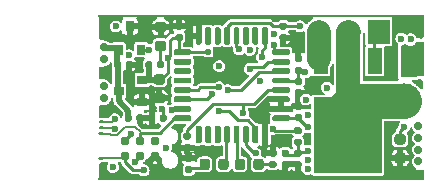
<source format=gtl>
G04 #@! TF.GenerationSoftware,KiCad,Pcbnew,(6.0.8)*
G04 #@! TF.CreationDate,2022-12-07T18:22:32+03:00*
G04 #@! TF.ProjectId,hellen1-wbo,68656c6c-656e-4312-9d77-626f2e6b6963,0.3*
G04 #@! TF.SameCoordinates,PX4a19ba0PY5aa5910*
G04 #@! TF.FileFunction,Copper,L1,Top*
G04 #@! TF.FilePolarity,Positive*
%FSLAX46Y46*%
G04 Gerber Fmt 4.6, Leading zero omitted, Abs format (unit mm)*
G04 Created by KiCad (PCBNEW (6.0.8)) date 2022-12-07 18:22:32*
%MOMM*%
%LPD*%
G01*
G04 APERTURE LIST*
G04 #@! TA.AperFunction,SMDPad,CuDef*
%ADD10R,0.900000X0.800000*%
G04 #@! TD*
G04 #@! TA.AperFunction,SMDPad,CuDef*
%ADD11R,1.200000X2.200000*%
G04 #@! TD*
G04 #@! TA.AperFunction,ComponentPad*
%ADD12C,1.300000*%
G04 #@! TD*
G04 #@! TA.AperFunction,SMDPad,CuDef*
%ADD13R,5.800000X6.400000*%
G04 #@! TD*
G04 #@! TA.AperFunction,SMDPad,CuDef*
%ADD14R,0.800000X0.900000*%
G04 #@! TD*
G04 #@! TA.AperFunction,ComponentPad*
%ADD15C,0.700000*%
G04 #@! TD*
G04 #@! TA.AperFunction,SMDPad,CuDef*
%ADD16C,3.000000*%
G04 #@! TD*
G04 #@! TA.AperFunction,SMDPad,CuDef*
%ADD17R,0.250000X3.000000*%
G04 #@! TD*
G04 #@! TA.AperFunction,SMDPad,CuDef*
%ADD18R,0.250000X2.100000*%
G04 #@! TD*
G04 #@! TA.AperFunction,SMDPad,CuDef*
%ADD19R,0.250000X1.450000*%
G04 #@! TD*
G04 #@! TA.AperFunction,SMDPad,CuDef*
%ADD20R,0.250000X1.950000*%
G04 #@! TD*
G04 #@! TA.AperFunction,SMDPad,CuDef*
%ADD21R,0.250000X0.980000*%
G04 #@! TD*
G04 #@! TA.AperFunction,SMDPad,CuDef*
%ADD22R,27.600000X0.250000*%
G04 #@! TD*
G04 #@! TA.AperFunction,SMDPad,CuDef*
%ADD23R,0.250000X0.950000*%
G04 #@! TD*
G04 #@! TA.AperFunction,ConnectorPad*
%ADD24C,0.787400*%
G04 #@! TD*
G04 #@! TA.AperFunction,ComponentPad*
%ADD25R,1.905000X2.000000*%
G04 #@! TD*
G04 #@! TA.AperFunction,ComponentPad*
%ADD26O,1.905000X2.000000*%
G04 #@! TD*
G04 #@! TA.AperFunction,ViaPad*
%ADD27C,0.600000*%
G04 #@! TD*
G04 #@! TA.AperFunction,Conductor*
%ADD28C,0.500000*%
G04 #@! TD*
G04 #@! TA.AperFunction,Conductor*
%ADD29C,0.250000*%
G04 #@! TD*
G04 #@! TA.AperFunction,Conductor*
%ADD30C,0.203200*%
G04 #@! TD*
G04 #@! TA.AperFunction,Conductor*
%ADD31C,2.999999*%
G04 #@! TD*
G04 #@! TA.AperFunction,Conductor*
%ADD32C,2.000000*%
G04 #@! TD*
G04 APERTURE END LIST*
G04 #@! TO.P,C612,1*
G04 #@! TO.N,VDDA*
G04 #@! TA.AperFunction,SMDPad,CuDef*
G36*
G01*
X17172500Y9070000D02*
X16827500Y9070000D01*
G75*
G02*
X16680000Y9217500I0J147500D01*
G01*
X16680000Y9512500D01*
G75*
G02*
X16827500Y9660000I147500J0D01*
G01*
X17172500Y9660000D01*
G75*
G02*
X17320000Y9512500I0J-147500D01*
G01*
X17320000Y9217500D01*
G75*
G02*
X17172500Y9070000I-147500J0D01*
G01*
G37*
G04 #@! TD.AperFunction*
G04 #@! TO.P,C612,2*
G04 #@! TO.N,GND*
G04 #@! TA.AperFunction,SMDPad,CuDef*
G36*
G01*
X17172500Y10040000D02*
X16827500Y10040000D01*
G75*
G02*
X16680000Y10187500I0J147500D01*
G01*
X16680000Y10482500D01*
G75*
G02*
X16827500Y10630000I147500J0D01*
G01*
X17172500Y10630000D01*
G75*
G02*
X17320000Y10482500I0J-147500D01*
G01*
X17320000Y10187500D01*
G75*
G02*
X17172500Y10040000I-147500J0D01*
G01*
G37*
G04 #@! TD.AperFunction*
G04 #@! TD*
G04 #@! TO.P,C613,1*
G04 #@! TO.N,+5V*
G04 #@! TA.AperFunction,SMDPad,CuDef*
G36*
G01*
X2295000Y5152500D02*
X2295000Y5497500D01*
G75*
G02*
X2442500Y5645000I147500J0D01*
G01*
X2737500Y5645000D01*
G75*
G02*
X2885000Y5497500I0J-147500D01*
G01*
X2885000Y5152500D01*
G75*
G02*
X2737500Y5005000I-147500J0D01*
G01*
X2442500Y5005000D01*
G75*
G02*
X2295000Y5152500I0J147500D01*
G01*
G37*
G04 #@! TD.AperFunction*
G04 #@! TO.P,C613,2*
G04 #@! TO.N,GND*
G04 #@! TA.AperFunction,SMDPad,CuDef*
G36*
G01*
X3265000Y5152500D02*
X3265000Y5497500D01*
G75*
G02*
X3412500Y5645000I147500J0D01*
G01*
X3707500Y5645000D01*
G75*
G02*
X3855000Y5497500I0J-147500D01*
G01*
X3855000Y5152500D01*
G75*
G02*
X3707500Y5005000I-147500J0D01*
G01*
X3412500Y5005000D01*
G75*
G02*
X3265000Y5152500I0J147500D01*
G01*
G37*
G04 #@! TD.AperFunction*
G04 #@! TD*
G04 #@! TO.P,C616,1*
G04 #@! TO.N,+3V3*
G04 #@! TA.AperFunction,SMDPad,CuDef*
G36*
G01*
X4968750Y9012500D02*
X5481250Y9012500D01*
G75*
G02*
X5700000Y8793750I0J-218750D01*
G01*
X5700000Y8356250D01*
G75*
G02*
X5481250Y8137500I-218750J0D01*
G01*
X4968750Y8137500D01*
G75*
G02*
X4750000Y8356250I0J218750D01*
G01*
X4750000Y8793750D01*
G75*
G02*
X4968750Y9012500I218750J0D01*
G01*
G37*
G04 #@! TD.AperFunction*
G04 #@! TO.P,C616,2*
G04 #@! TO.N,GND*
G04 #@! TA.AperFunction,SMDPad,CuDef*
G36*
G01*
X4968750Y7437500D02*
X5481250Y7437500D01*
G75*
G02*
X5700000Y7218750I0J-218750D01*
G01*
X5700000Y6781250D01*
G75*
G02*
X5481250Y6562500I-218750J0D01*
G01*
X4968750Y6562500D01*
G75*
G02*
X4750000Y6781250I0J218750D01*
G01*
X4750000Y7218750D01*
G75*
G02*
X4968750Y7437500I218750J0D01*
G01*
G37*
G04 #@! TD.AperFunction*
G04 #@! TD*
G04 #@! TO.P,R601,1*
G04 #@! TO.N,Net-(C600-Pad1)*
G04 #@! TA.AperFunction,SMDPad,CuDef*
G36*
G01*
X16777500Y2655000D02*
X17122500Y2655000D01*
G75*
G02*
X17270000Y2507500I0J-147500D01*
G01*
X17270000Y2212500D01*
G75*
G02*
X17122500Y2065000I-147500J0D01*
G01*
X16777500Y2065000D01*
G75*
G02*
X16630000Y2212500I0J147500D01*
G01*
X16630000Y2507500D01*
G75*
G02*
X16777500Y2655000I147500J0D01*
G01*
G37*
G04 #@! TD.AperFunction*
G04 #@! TO.P,R601,2*
G04 #@! TO.N,GND*
G04 #@! TA.AperFunction,SMDPad,CuDef*
G36*
G01*
X16777500Y1685000D02*
X17122500Y1685000D01*
G75*
G02*
X17270000Y1537500I0J-147500D01*
G01*
X17270000Y1242500D01*
G75*
G02*
X17122500Y1095000I-147500J0D01*
G01*
X16777500Y1095000D01*
G75*
G02*
X16630000Y1242500I0J147500D01*
G01*
X16630000Y1537500D01*
G75*
G02*
X16777500Y1685000I147500J0D01*
G01*
G37*
G04 #@! TD.AperFunction*
G04 #@! TD*
D10*
G04 #@! TO.P,U604,1,GND*
G04 #@! TO.N,GND*
X3775000Y6675000D03*
G04 #@! TO.P,U604,2,VO*
G04 #@! TO.N,+3V3*
X3775000Y8575000D03*
G04 #@! TO.P,U604,3,VI*
G04 #@! TO.N,+5V*
X1775000Y7625000D03*
G04 #@! TD*
G04 #@! TO.P,C600,1*
G04 #@! TO.N,Net-(C600-Pad1)*
G04 #@! TA.AperFunction,SMDPad,CuDef*
G36*
G01*
X15715000Y2655000D02*
X16060000Y2655000D01*
G75*
G02*
X16207500Y2507500I0J-147500D01*
G01*
X16207500Y2212500D01*
G75*
G02*
X16060000Y2065000I-147500J0D01*
G01*
X15715000Y2065000D01*
G75*
G02*
X15567500Y2212500I0J147500D01*
G01*
X15567500Y2507500D01*
G75*
G02*
X15715000Y2655000I147500J0D01*
G01*
G37*
G04 #@! TD.AperFunction*
G04 #@! TO.P,C600,2*
G04 #@! TO.N,GND*
G04 #@! TA.AperFunction,SMDPad,CuDef*
G36*
G01*
X15715000Y1685000D02*
X16060000Y1685000D01*
G75*
G02*
X16207500Y1537500I0J-147500D01*
G01*
X16207500Y1242500D01*
G75*
G02*
X16060000Y1095000I-147500J0D01*
G01*
X15715000Y1095000D01*
G75*
G02*
X15567500Y1242500I0J147500D01*
G01*
X15567500Y1537500D01*
G75*
G02*
X15715000Y1685000I147500J0D01*
G01*
G37*
G04 #@! TD.AperFunction*
G04 #@! TD*
G04 #@! TO.P,C611,1*
G04 #@! TO.N,VDDA*
G04 #@! TA.AperFunction,SMDPad,CuDef*
G36*
G01*
X16827500Y8730000D02*
X17172500Y8730000D01*
G75*
G02*
X17320000Y8582500I0J-147500D01*
G01*
X17320000Y8287500D01*
G75*
G02*
X17172500Y8140000I-147500J0D01*
G01*
X16827500Y8140000D01*
G75*
G02*
X16680000Y8287500I0J147500D01*
G01*
X16680000Y8582500D01*
G75*
G02*
X16827500Y8730000I147500J0D01*
G01*
G37*
G04 #@! TD.AperFunction*
G04 #@! TO.P,C611,2*
G04 #@! TO.N,GND*
G04 #@! TA.AperFunction,SMDPad,CuDef*
G36*
G01*
X16827500Y7760000D02*
X17172500Y7760000D01*
G75*
G02*
X17320000Y7612500I0J-147500D01*
G01*
X17320000Y7317500D01*
G75*
G02*
X17172500Y7170000I-147500J0D01*
G01*
X16827500Y7170000D01*
G75*
G02*
X16680000Y7317500I0J147500D01*
G01*
X16680000Y7612500D01*
G75*
G02*
X16827500Y7760000I147500J0D01*
G01*
G37*
G04 #@! TD.AperFunction*
G04 #@! TD*
G04 #@! TO.P,R617,1*
G04 #@! TO.N,GND*
G04 #@! TA.AperFunction,SMDPad,CuDef*
G36*
G01*
X15872500Y11845000D02*
X15527500Y11845000D01*
G75*
G02*
X15380000Y11992500I0J147500D01*
G01*
X15380000Y12287500D01*
G75*
G02*
X15527500Y12435000I147500J0D01*
G01*
X15872500Y12435000D01*
G75*
G02*
X16020000Y12287500I0J-147500D01*
G01*
X16020000Y11992500D01*
G75*
G02*
X15872500Y11845000I-147500J0D01*
G01*
G37*
G04 #@! TD.AperFunction*
G04 #@! TO.P,R617,2*
G04 #@! TO.N,/heater_pwm*
G04 #@! TA.AperFunction,SMDPad,CuDef*
G36*
G01*
X15872500Y12815000D02*
X15527500Y12815000D01*
G75*
G02*
X15380000Y12962500I0J147500D01*
G01*
X15380000Y13257500D01*
G75*
G02*
X15527500Y13405000I147500J0D01*
G01*
X15872500Y13405000D01*
G75*
G02*
X16020000Y13257500I0J-147500D01*
G01*
X16020000Y12962500D01*
G75*
G02*
X15872500Y12815000I-147500J0D01*
G01*
G37*
G04 #@! TD.AperFunction*
G04 #@! TD*
G04 #@! TO.P,C614,1*
G04 #@! TO.N,+3V3*
G04 #@! TA.AperFunction,SMDPad,CuDef*
G36*
G01*
X17172500Y5045000D02*
X16827500Y5045000D01*
G75*
G02*
X16680000Y5192500I0J147500D01*
G01*
X16680000Y5487500D01*
G75*
G02*
X16827500Y5635000I147500J0D01*
G01*
X17172500Y5635000D01*
G75*
G02*
X17320000Y5487500I0J-147500D01*
G01*
X17320000Y5192500D01*
G75*
G02*
X17172500Y5045000I-147500J0D01*
G01*
G37*
G04 #@! TD.AperFunction*
G04 #@! TO.P,C614,2*
G04 #@! TO.N,GND*
G04 #@! TA.AperFunction,SMDPad,CuDef*
G36*
G01*
X17172500Y6015000D02*
X16827500Y6015000D01*
G75*
G02*
X16680000Y6162500I0J147500D01*
G01*
X16680000Y6457500D01*
G75*
G02*
X16827500Y6605000I147500J0D01*
G01*
X17172500Y6605000D01*
G75*
G02*
X17320000Y6457500I0J-147500D01*
G01*
X17320000Y6162500D01*
G75*
G02*
X17172500Y6015000I-147500J0D01*
G01*
G37*
G04 #@! TD.AperFunction*
G04 #@! TD*
G04 #@! TO.P,C615,1*
G04 #@! TO.N,+3V3*
G04 #@! TA.AperFunction,SMDPad,CuDef*
G36*
G01*
X7072500Y11845000D02*
X6727500Y11845000D01*
G75*
G02*
X6580000Y11992500I0J147500D01*
G01*
X6580000Y12287500D01*
G75*
G02*
X6727500Y12435000I147500J0D01*
G01*
X7072500Y12435000D01*
G75*
G02*
X7220000Y12287500I0J-147500D01*
G01*
X7220000Y11992500D01*
G75*
G02*
X7072500Y11845000I-147500J0D01*
G01*
G37*
G04 #@! TD.AperFunction*
G04 #@! TO.P,C615,2*
G04 #@! TO.N,GND*
G04 #@! TA.AperFunction,SMDPad,CuDef*
G36*
G01*
X7072500Y12815000D02*
X6727500Y12815000D01*
G75*
G02*
X6580000Y12962500I0J147500D01*
G01*
X6580000Y13257500D01*
G75*
G02*
X6727500Y13405000I147500J0D01*
G01*
X7072500Y13405000D01*
G75*
G02*
X7220000Y13257500I0J-147500D01*
G01*
X7220000Y12962500D01*
G75*
G02*
X7072500Y12815000I-147500J0D01*
G01*
G37*
G04 #@! TD.AperFunction*
G04 #@! TD*
D11*
G04 #@! TO.P,Q600,1,G*
G04 #@! TO.N,Net-(Q600-Pad1)*
X23440000Y10150000D03*
D12*
G04 #@! TO.P,Q600,2,D*
G04 #@! TO.N,/LSU_H+*
X23160000Y2950000D03*
X21160000Y5950000D03*
X19160000Y2950000D03*
D13*
X21160000Y3850000D03*
D11*
G04 #@! TO.P,Q600,3,S*
G04 #@! TO.N,/LSU_H-*
X18880000Y10150000D03*
G04 #@! TD*
G04 #@! TO.P,R625,1*
G04 #@! TO.N,GND*
G04 #@! TA.AperFunction,SMDPad,CuDef*
G36*
G01*
X4270000Y5127500D02*
X4270000Y5472500D01*
G75*
G02*
X4417500Y5620000I147500J0D01*
G01*
X4712500Y5620000D01*
G75*
G02*
X4860000Y5472500I0J-147500D01*
G01*
X4860000Y5127500D01*
G75*
G02*
X4712500Y4980000I-147500J0D01*
G01*
X4417500Y4980000D01*
G75*
G02*
X4270000Y5127500I0J147500D01*
G01*
G37*
G04 #@! TD.AperFunction*
G04 #@! TO.P,R625,2*
G04 #@! TO.N,/Boot0*
G04 #@! TA.AperFunction,SMDPad,CuDef*
G36*
G01*
X5240000Y5127500D02*
X5240000Y5472500D01*
G75*
G02*
X5387500Y5620000I147500J0D01*
G01*
X5682500Y5620000D01*
G75*
G02*
X5830000Y5472500I0J-147500D01*
G01*
X5830000Y5127500D01*
G75*
G02*
X5682500Y4980000I-147500J0D01*
G01*
X5387500Y4980000D01*
G75*
G02*
X5240000Y5127500I0J147500D01*
G01*
G37*
G04 #@! TD.AperFunction*
G04 #@! TD*
G04 #@! TO.P,D601,1,K*
G04 #@! TO.N,Net-(D601-Pad1)*
G04 #@! TA.AperFunction,SMDPad,CuDef*
G36*
G01*
X14050000Y1656250D02*
X14050000Y1143750D01*
G75*
G02*
X13831250Y925000I-218750J0D01*
G01*
X13393750Y925000D01*
G75*
G02*
X13175000Y1143750I0J218750D01*
G01*
X13175000Y1656250D01*
G75*
G02*
X13393750Y1875000I218750J0D01*
G01*
X13831250Y1875000D01*
G75*
G02*
X14050000Y1656250I0J-218750D01*
G01*
G37*
G04 #@! TD.AperFunction*
G04 #@! TO.P,D601,2,A*
G04 #@! TO.N,/LED_GREEN*
G04 #@! TA.AperFunction,SMDPad,CuDef*
G36*
G01*
X12475000Y1656250D02*
X12475000Y1143750D01*
G75*
G02*
X12256250Y925000I-218750J0D01*
G01*
X11818750Y925000D01*
G75*
G02*
X11600000Y1143750I0J218750D01*
G01*
X11600000Y1656250D01*
G75*
G02*
X11818750Y1875000I218750J0D01*
G01*
X12256250Y1875000D01*
G75*
G02*
X12475000Y1656250I0J-218750D01*
G01*
G37*
G04 #@! TD.AperFunction*
G04 #@! TD*
G04 #@! TO.P,R626,1*
G04 #@! TO.N,GND*
G04 #@! TA.AperFunction,SMDPad,CuDef*
G36*
G01*
X14652500Y2655000D02*
X14997500Y2655000D01*
G75*
G02*
X15145000Y2507500I0J-147500D01*
G01*
X15145000Y2212500D01*
G75*
G02*
X14997500Y2065000I-147500J0D01*
G01*
X14652500Y2065000D01*
G75*
G02*
X14505000Y2212500I0J147500D01*
G01*
X14505000Y2507500D01*
G75*
G02*
X14652500Y2655000I147500J0D01*
G01*
G37*
G04 #@! TD.AperFunction*
G04 #@! TO.P,R626,2*
G04 #@! TO.N,Net-(D601-Pad1)*
G04 #@! TA.AperFunction,SMDPad,CuDef*
G36*
G01*
X14652500Y1685000D02*
X14997500Y1685000D01*
G75*
G02*
X15145000Y1537500I0J-147500D01*
G01*
X15145000Y1242500D01*
G75*
G02*
X14997500Y1095000I-147500J0D01*
G01*
X14652500Y1095000D01*
G75*
G02*
X14505000Y1242500I0J147500D01*
G01*
X14505000Y1537500D01*
G75*
G02*
X14652500Y1685000I147500J0D01*
G01*
G37*
G04 #@! TD.AperFunction*
G04 #@! TD*
G04 #@! TO.P,D600,1,K*
G04 #@! TO.N,GND*
G04 #@! TA.AperFunction,SMDPad,CuDef*
G36*
G01*
X25856250Y1500000D02*
X25343750Y1500000D01*
G75*
G02*
X25125000Y1718750I0J218750D01*
G01*
X25125000Y2156250D01*
G75*
G02*
X25343750Y2375000I218750J0D01*
G01*
X25856250Y2375000D01*
G75*
G02*
X26075000Y2156250I0J-218750D01*
G01*
X26075000Y1718750D01*
G75*
G02*
X25856250Y1500000I-218750J0D01*
G01*
G37*
G04 #@! TD.AperFunction*
G04 #@! TO.P,D600,2,A*
G04 #@! TO.N,Net-(D600-Pad2)*
G04 #@! TA.AperFunction,SMDPad,CuDef*
G36*
G01*
X25856250Y3075000D02*
X25343750Y3075000D01*
G75*
G02*
X25125000Y3293750I0J218750D01*
G01*
X25125000Y3731250D01*
G75*
G02*
X25343750Y3950000I218750J0D01*
G01*
X25856250Y3950000D01*
G75*
G02*
X26075000Y3731250I0J-218750D01*
G01*
X26075000Y3293750D01*
G75*
G02*
X25856250Y3075000I-218750J0D01*
G01*
G37*
G04 #@! TD.AperFunction*
G04 #@! TD*
G04 #@! TO.P,D602,1,K*
G04 #@! TO.N,Net-(D602-Pad1)*
G04 #@! TA.AperFunction,SMDPad,CuDef*
G36*
G01*
X8625000Y1143750D02*
X8625000Y1656250D01*
G75*
G02*
X8843750Y1875000I218750J0D01*
G01*
X9281250Y1875000D01*
G75*
G02*
X9500000Y1656250I0J-218750D01*
G01*
X9500000Y1143750D01*
G75*
G02*
X9281250Y925000I-218750J0D01*
G01*
X8843750Y925000D01*
G75*
G02*
X8625000Y1143750I0J218750D01*
G01*
G37*
G04 #@! TD.AperFunction*
G04 #@! TO.P,D602,2,A*
G04 #@! TO.N,/LED_BLUE*
G04 #@! TA.AperFunction,SMDPad,CuDef*
G36*
G01*
X10200000Y1143750D02*
X10200000Y1656250D01*
G75*
G02*
X10418750Y1875000I218750J0D01*
G01*
X10856250Y1875000D01*
G75*
G02*
X11075000Y1656250I0J-218750D01*
G01*
X11075000Y1143750D01*
G75*
G02*
X10856250Y925000I-218750J0D01*
G01*
X10418750Y925000D01*
G75*
G02*
X10200000Y1143750I0J218750D01*
G01*
G37*
G04 #@! TD.AperFunction*
G04 #@! TD*
G04 #@! TO.P,R627,1*
G04 #@! TO.N,GND*
G04 #@! TA.AperFunction,SMDPad,CuDef*
G36*
G01*
X7527500Y2205000D02*
X7872500Y2205000D01*
G75*
G02*
X8020000Y2057500I0J-147500D01*
G01*
X8020000Y1762500D01*
G75*
G02*
X7872500Y1615000I-147500J0D01*
G01*
X7527500Y1615000D01*
G75*
G02*
X7380000Y1762500I0J147500D01*
G01*
X7380000Y2057500D01*
G75*
G02*
X7527500Y2205000I147500J0D01*
G01*
G37*
G04 #@! TD.AperFunction*
G04 #@! TO.P,R627,2*
G04 #@! TO.N,Net-(D602-Pad1)*
G04 #@! TA.AperFunction,SMDPad,CuDef*
G36*
G01*
X7527500Y1235000D02*
X7872500Y1235000D01*
G75*
G02*
X8020000Y1087500I0J-147500D01*
G01*
X8020000Y792500D01*
G75*
G02*
X7872500Y645000I-147500J0D01*
G01*
X7527500Y645000D01*
G75*
G02*
X7380000Y792500I0J147500D01*
G01*
X7380000Y1087500D01*
G75*
G02*
X7527500Y1235000I147500J0D01*
G01*
G37*
G04 #@! TD.AperFunction*
G04 #@! TD*
G04 #@! TO.P,U602,1,VDD*
G04 #@! TO.N,+3V3*
G04 #@! TA.AperFunction,SMDPad,CuDef*
G36*
G01*
X16275000Y5425000D02*
X16275000Y5175000D01*
G75*
G02*
X16150000Y5050000I-125000J0D01*
G01*
X14900000Y5050000D01*
G75*
G02*
X14775000Y5175000I0J125000D01*
G01*
X14775000Y5425000D01*
G75*
G02*
X14900000Y5550000I125000J0D01*
G01*
X16150000Y5550000D01*
G75*
G02*
X16275000Y5425000I0J-125000D01*
G01*
G37*
G04 #@! TD.AperFunction*
G04 #@! TO.P,U602,2,PF0*
G04 #@! TO.N,GND*
G04 #@! TA.AperFunction,SMDPad,CuDef*
G36*
G01*
X16275000Y6225000D02*
X16275000Y5975000D01*
G75*
G02*
X16150000Y5850000I-125000J0D01*
G01*
X14900000Y5850000D01*
G75*
G02*
X14775000Y5975000I0J125000D01*
G01*
X14775000Y6225000D01*
G75*
G02*
X14900000Y6350000I125000J0D01*
G01*
X16150000Y6350000D01*
G75*
G02*
X16275000Y6225000I0J-125000D01*
G01*
G37*
G04 #@! TD.AperFunction*
G04 #@! TO.P,U602,3,PF1*
G04 #@! TA.AperFunction,SMDPad,CuDef*
G36*
G01*
X16275000Y7025000D02*
X16275000Y6775000D01*
G75*
G02*
X16150000Y6650000I-125000J0D01*
G01*
X14900000Y6650000D01*
G75*
G02*
X14775000Y6775000I0J125000D01*
G01*
X14775000Y7025000D01*
G75*
G02*
X14900000Y7150000I125000J0D01*
G01*
X16150000Y7150000D01*
G75*
G02*
X16275000Y7025000I0J-125000D01*
G01*
G37*
G04 #@! TD.AperFunction*
G04 #@! TO.P,U602,4,NRST*
G04 #@! TO.N,/nRESET*
G04 #@! TA.AperFunction,SMDPad,CuDef*
G36*
G01*
X16275000Y7825000D02*
X16275000Y7575000D01*
G75*
G02*
X16150000Y7450000I-125000J0D01*
G01*
X14900000Y7450000D01*
G75*
G02*
X14775000Y7575000I0J125000D01*
G01*
X14775000Y7825000D01*
G75*
G02*
X14900000Y7950000I125000J0D01*
G01*
X16150000Y7950000D01*
G75*
G02*
X16275000Y7825000I0J-125000D01*
G01*
G37*
G04 #@! TD.AperFunction*
G04 #@! TO.P,U602,5,VDDA*
G04 #@! TO.N,VDDA*
G04 #@! TA.AperFunction,SMDPad,CuDef*
G36*
G01*
X16275000Y8625000D02*
X16275000Y8375000D01*
G75*
G02*
X16150000Y8250000I-125000J0D01*
G01*
X14900000Y8250000D01*
G75*
G02*
X14775000Y8375000I0J125000D01*
G01*
X14775000Y8625000D01*
G75*
G02*
X14900000Y8750000I125000J0D01*
G01*
X16150000Y8750000D01*
G75*
G02*
X16275000Y8625000I0J-125000D01*
G01*
G37*
G04 #@! TD.AperFunction*
G04 #@! TO.P,U602,6,PA0*
G04 #@! TO.N,/Un_sense*
G04 #@! TA.AperFunction,SMDPad,CuDef*
G36*
G01*
X16275000Y9425000D02*
X16275000Y9175000D01*
G75*
G02*
X16150000Y9050000I-125000J0D01*
G01*
X14900000Y9050000D01*
G75*
G02*
X14775000Y9175000I0J125000D01*
G01*
X14775000Y9425000D01*
G75*
G02*
X14900000Y9550000I125000J0D01*
G01*
X16150000Y9550000D01*
G75*
G02*
X16275000Y9425000I0J-125000D01*
G01*
G37*
G04 #@! TD.AperFunction*
G04 #@! TO.P,U602,7,PA1*
G04 #@! TO.N,/LSU_Vm*
G04 #@! TA.AperFunction,SMDPad,CuDef*
G36*
G01*
X16275000Y10225000D02*
X16275000Y9975000D01*
G75*
G02*
X16150000Y9850000I-125000J0D01*
G01*
X14900000Y9850000D01*
G75*
G02*
X14775000Y9975000I0J125000D01*
G01*
X14775000Y10225000D01*
G75*
G02*
X14900000Y10350000I125000J0D01*
G01*
X16150000Y10350000D01*
G75*
G02*
X16275000Y10225000I0J-125000D01*
G01*
G37*
G04 #@! TD.AperFunction*
G04 #@! TO.P,U602,8,PA2*
G04 #@! TO.N,/Ip_sense*
G04 #@! TA.AperFunction,SMDPad,CuDef*
G36*
G01*
X16275000Y11025000D02*
X16275000Y10775000D01*
G75*
G02*
X16150000Y10650000I-125000J0D01*
G01*
X14900000Y10650000D01*
G75*
G02*
X14775000Y10775000I0J125000D01*
G01*
X14775000Y11025000D01*
G75*
G02*
X14900000Y11150000I125000J0D01*
G01*
X16150000Y11150000D01*
G75*
G02*
X16275000Y11025000I0J-125000D01*
G01*
G37*
G04 #@! TD.AperFunction*
G04 #@! TO.P,U602,9,PA3*
G04 #@! TO.N,/Vm*
G04 #@! TA.AperFunction,SMDPad,CuDef*
G36*
G01*
X14400000Y12900000D02*
X14400000Y11650000D01*
G75*
G02*
X14275000Y11525000I-125000J0D01*
G01*
X14025000Y11525000D01*
G75*
G02*
X13900000Y11650000I0J125000D01*
G01*
X13900000Y12900000D01*
G75*
G02*
X14025000Y13025000I125000J0D01*
G01*
X14275000Y13025000D01*
G75*
G02*
X14400000Y12900000I0J-125000D01*
G01*
G37*
G04 #@! TD.AperFunction*
G04 #@! TO.P,U602,10,PA4*
G04 #@! TO.N,unconnected-(U602-Pad10)*
G04 #@! TA.AperFunction,SMDPad,CuDef*
G36*
G01*
X13600000Y12900000D02*
X13600000Y11650000D01*
G75*
G02*
X13475000Y11525000I-125000J0D01*
G01*
X13225000Y11525000D01*
G75*
G02*
X13100000Y11650000I0J125000D01*
G01*
X13100000Y12900000D01*
G75*
G02*
X13225000Y13025000I125000J0D01*
G01*
X13475000Y13025000D01*
G75*
G02*
X13600000Y12900000I0J-125000D01*
G01*
G37*
G04 #@! TD.AperFunction*
G04 #@! TO.P,U602,11,PA5*
G04 #@! TO.N,unconnected-(U602-Pad11)*
G04 #@! TA.AperFunction,SMDPad,CuDef*
G36*
G01*
X12800000Y12900000D02*
X12800000Y11650000D01*
G75*
G02*
X12675000Y11525000I-125000J0D01*
G01*
X12425000Y11525000D01*
G75*
G02*
X12300000Y11650000I0J125000D01*
G01*
X12300000Y12900000D01*
G75*
G02*
X12425000Y13025000I125000J0D01*
G01*
X12675000Y13025000D01*
G75*
G02*
X12800000Y12900000I0J-125000D01*
G01*
G37*
G04 #@! TD.AperFunction*
G04 #@! TO.P,U602,12,PA6*
G04 #@! TO.N,/Ip_dac*
G04 #@! TA.AperFunction,SMDPad,CuDef*
G36*
G01*
X12000000Y12900000D02*
X12000000Y11650000D01*
G75*
G02*
X11875000Y11525000I-125000J0D01*
G01*
X11625000Y11525000D01*
G75*
G02*
X11500000Y11650000I0J125000D01*
G01*
X11500000Y12900000D01*
G75*
G02*
X11625000Y13025000I125000J0D01*
G01*
X11875000Y13025000D01*
G75*
G02*
X12000000Y12900000I0J-125000D01*
G01*
G37*
G04 #@! TD.AperFunction*
G04 #@! TO.P,U602,13,PA7*
G04 #@! TO.N,/heater_pwm*
G04 #@! TA.AperFunction,SMDPad,CuDef*
G36*
G01*
X11200000Y12900000D02*
X11200000Y11650000D01*
G75*
G02*
X11075000Y11525000I-125000J0D01*
G01*
X10825000Y11525000D01*
G75*
G02*
X10700000Y11650000I0J125000D01*
G01*
X10700000Y12900000D01*
G75*
G02*
X10825000Y13025000I125000J0D01*
G01*
X11075000Y13025000D01*
G75*
G02*
X11200000Y12900000I0J-125000D01*
G01*
G37*
G04 #@! TD.AperFunction*
G04 #@! TO.P,U602,14,PB0*
G04 #@! TO.N,unconnected-(U602-Pad14)*
G04 #@! TA.AperFunction,SMDPad,CuDef*
G36*
G01*
X10400000Y12900000D02*
X10400000Y11650000D01*
G75*
G02*
X10275000Y11525000I-125000J0D01*
G01*
X10025000Y11525000D01*
G75*
G02*
X9900000Y11650000I0J125000D01*
G01*
X9900000Y12900000D01*
G75*
G02*
X10025000Y13025000I125000J0D01*
G01*
X10275000Y13025000D01*
G75*
G02*
X10400000Y12900000I0J-125000D01*
G01*
G37*
G04 #@! TD.AperFunction*
G04 #@! TO.P,U602,15,PB1*
G04 #@! TO.N,/SEL1*
G04 #@! TA.AperFunction,SMDPad,CuDef*
G36*
G01*
X9600000Y12900000D02*
X9600000Y11650000D01*
G75*
G02*
X9475000Y11525000I-125000J0D01*
G01*
X9225000Y11525000D01*
G75*
G02*
X9100000Y11650000I0J125000D01*
G01*
X9100000Y12900000D01*
G75*
G02*
X9225000Y13025000I125000J0D01*
G01*
X9475000Y13025000D01*
G75*
G02*
X9600000Y12900000I0J-125000D01*
G01*
G37*
G04 #@! TD.AperFunction*
G04 #@! TO.P,U602,16,VSS*
G04 #@! TO.N,GND*
G04 #@! TA.AperFunction,SMDPad,CuDef*
G36*
G01*
X8800000Y12900000D02*
X8800000Y11650000D01*
G75*
G02*
X8675000Y11525000I-125000J0D01*
G01*
X8425000Y11525000D01*
G75*
G02*
X8300000Y11650000I0J125000D01*
G01*
X8300000Y12900000D01*
G75*
G02*
X8425000Y13025000I125000J0D01*
G01*
X8675000Y13025000D01*
G75*
G02*
X8800000Y12900000I0J-125000D01*
G01*
G37*
G04 #@! TD.AperFunction*
G04 #@! TO.P,U602,17,VDDIO2*
G04 #@! TO.N,+3V3*
G04 #@! TA.AperFunction,SMDPad,CuDef*
G36*
G01*
X7925000Y11025000D02*
X7925000Y10775000D01*
G75*
G02*
X7800000Y10650000I-125000J0D01*
G01*
X6550000Y10650000D01*
G75*
G02*
X6425000Y10775000I0J125000D01*
G01*
X6425000Y11025000D01*
G75*
G02*
X6550000Y11150000I125000J0D01*
G01*
X7800000Y11150000D01*
G75*
G02*
X7925000Y11025000I0J-125000D01*
G01*
G37*
G04 #@! TD.AperFunction*
G04 #@! TO.P,U602,18,PA8*
G04 #@! TO.N,/SEL2*
G04 #@! TA.AperFunction,SMDPad,CuDef*
G36*
G01*
X7925000Y10225000D02*
X7925000Y9975000D01*
G75*
G02*
X7800000Y9850000I-125000J0D01*
G01*
X6550000Y9850000D01*
G75*
G02*
X6425000Y9975000I0J125000D01*
G01*
X6425000Y10225000D01*
G75*
G02*
X6550000Y10350000I125000J0D01*
G01*
X7800000Y10350000D01*
G75*
G02*
X7925000Y10225000I0J-125000D01*
G01*
G37*
G04 #@! TD.AperFunction*
G04 #@! TO.P,U602,19,PA9*
G04 #@! TO.N,unconnected-(U602-Pad19)*
G04 #@! TA.AperFunction,SMDPad,CuDef*
G36*
G01*
X7925000Y9425000D02*
X7925000Y9175000D01*
G75*
G02*
X7800000Y9050000I-125000J0D01*
G01*
X6550000Y9050000D01*
G75*
G02*
X6425000Y9175000I0J125000D01*
G01*
X6425000Y9425000D01*
G75*
G02*
X6550000Y9550000I125000J0D01*
G01*
X7800000Y9550000D01*
G75*
G02*
X7925000Y9425000I0J-125000D01*
G01*
G37*
G04 #@! TD.AperFunction*
G04 #@! TO.P,U602,20,PA10*
G04 #@! TO.N,unconnected-(U602-Pad20)*
G04 #@! TA.AperFunction,SMDPad,CuDef*
G36*
G01*
X7925000Y8625000D02*
X7925000Y8375000D01*
G75*
G02*
X7800000Y8250000I-125000J0D01*
G01*
X6550000Y8250000D01*
G75*
G02*
X6425000Y8375000I0J125000D01*
G01*
X6425000Y8625000D01*
G75*
G02*
X6550000Y8750000I125000J0D01*
G01*
X7800000Y8750000D01*
G75*
G02*
X7925000Y8625000I0J-125000D01*
G01*
G37*
G04 #@! TD.AperFunction*
G04 #@! TO.P,U602,21,PA11*
G04 #@! TO.N,/CAN_RX*
G04 #@! TA.AperFunction,SMDPad,CuDef*
G36*
G01*
X7925000Y7825000D02*
X7925000Y7575000D01*
G75*
G02*
X7800000Y7450000I-125000J0D01*
G01*
X6550000Y7450000D01*
G75*
G02*
X6425000Y7575000I0J125000D01*
G01*
X6425000Y7825000D01*
G75*
G02*
X6550000Y7950000I125000J0D01*
G01*
X7800000Y7950000D01*
G75*
G02*
X7925000Y7825000I0J-125000D01*
G01*
G37*
G04 #@! TD.AperFunction*
G04 #@! TO.P,U602,22,PA12*
G04 #@! TO.N,/CAN_TX*
G04 #@! TA.AperFunction,SMDPad,CuDef*
G36*
G01*
X7925000Y7025000D02*
X7925000Y6775000D01*
G75*
G02*
X7800000Y6650000I-125000J0D01*
G01*
X6550000Y6650000D01*
G75*
G02*
X6425000Y6775000I0J125000D01*
G01*
X6425000Y7025000D01*
G75*
G02*
X6550000Y7150000I125000J0D01*
G01*
X7800000Y7150000D01*
G75*
G02*
X7925000Y7025000I0J-125000D01*
G01*
G37*
G04 #@! TD.AperFunction*
G04 #@! TO.P,U602,23,PA13*
G04 #@! TO.N,/SWDIO*
G04 #@! TA.AperFunction,SMDPad,CuDef*
G36*
G01*
X7925000Y6225000D02*
X7925000Y5975000D01*
G75*
G02*
X7800000Y5850000I-125000J0D01*
G01*
X6550000Y5850000D01*
G75*
G02*
X6425000Y5975000I0J125000D01*
G01*
X6425000Y6225000D01*
G75*
G02*
X6550000Y6350000I125000J0D01*
G01*
X7800000Y6350000D01*
G75*
G02*
X7925000Y6225000I0J-125000D01*
G01*
G37*
G04 #@! TD.AperFunction*
G04 #@! TO.P,U602,24,PA14*
G04 #@! TO.N,/SWCLK*
G04 #@! TA.AperFunction,SMDPad,CuDef*
G36*
G01*
X7925000Y5425000D02*
X7925000Y5175000D01*
G75*
G02*
X7800000Y5050000I-125000J0D01*
G01*
X6550000Y5050000D01*
G75*
G02*
X6425000Y5175000I0J125000D01*
G01*
X6425000Y5425000D01*
G75*
G02*
X6550000Y5550000I125000J0D01*
G01*
X7800000Y5550000D01*
G75*
G02*
X7925000Y5425000I0J-125000D01*
G01*
G37*
G04 #@! TD.AperFunction*
G04 #@! TO.P,U602,25,PA15*
G04 #@! TO.N,unconnected-(U602-Pad25)*
G04 #@! TA.AperFunction,SMDPad,CuDef*
G36*
G01*
X8800000Y4550000D02*
X8800000Y3300000D01*
G75*
G02*
X8675000Y3175000I-125000J0D01*
G01*
X8425000Y3175000D01*
G75*
G02*
X8300000Y3300000I0J125000D01*
G01*
X8300000Y4550000D01*
G75*
G02*
X8425000Y4675000I125000J0D01*
G01*
X8675000Y4675000D01*
G75*
G02*
X8800000Y4550000I0J-125000D01*
G01*
G37*
G04 #@! TD.AperFunction*
G04 #@! TO.P,U602,26,PB3*
G04 #@! TO.N,unconnected-(U602-Pad26)*
G04 #@! TA.AperFunction,SMDPad,CuDef*
G36*
G01*
X9600000Y4550000D02*
X9600000Y3300000D01*
G75*
G02*
X9475000Y3175000I-125000J0D01*
G01*
X9225000Y3175000D01*
G75*
G02*
X9100000Y3300000I0J125000D01*
G01*
X9100000Y4550000D01*
G75*
G02*
X9225000Y4675000I125000J0D01*
G01*
X9475000Y4675000D01*
G75*
G02*
X9600000Y4550000I0J-125000D01*
G01*
G37*
G04 #@! TD.AperFunction*
G04 #@! TO.P,U602,27,PB4*
G04 #@! TO.N,unconnected-(U602-Pad27)*
G04 #@! TA.AperFunction,SMDPad,CuDef*
G36*
G01*
X10400000Y4550000D02*
X10400000Y3300000D01*
G75*
G02*
X10275000Y3175000I-125000J0D01*
G01*
X10025000Y3175000D01*
G75*
G02*
X9900000Y3300000I0J125000D01*
G01*
X9900000Y4550000D01*
G75*
G02*
X10025000Y4675000I125000J0D01*
G01*
X10275000Y4675000D01*
G75*
G02*
X10400000Y4550000I0J-125000D01*
G01*
G37*
G04 #@! TD.AperFunction*
G04 #@! TO.P,U602,28,PB5*
G04 #@! TO.N,/LED_BLUE*
G04 #@! TA.AperFunction,SMDPad,CuDef*
G36*
G01*
X11200000Y4550000D02*
X11200000Y3300000D01*
G75*
G02*
X11075000Y3175000I-125000J0D01*
G01*
X10825000Y3175000D01*
G75*
G02*
X10700000Y3300000I0J125000D01*
G01*
X10700000Y4550000D01*
G75*
G02*
X10825000Y4675000I125000J0D01*
G01*
X11075000Y4675000D01*
G75*
G02*
X11200000Y4550000I0J-125000D01*
G01*
G37*
G04 #@! TD.AperFunction*
G04 #@! TO.P,U602,29,PB6*
G04 #@! TO.N,/LED_GREEN*
G04 #@! TA.AperFunction,SMDPad,CuDef*
G36*
G01*
X12000000Y4550000D02*
X12000000Y3300000D01*
G75*
G02*
X11875000Y3175000I-125000J0D01*
G01*
X11625000Y3175000D01*
G75*
G02*
X11500000Y3300000I0J125000D01*
G01*
X11500000Y4550000D01*
G75*
G02*
X11625000Y4675000I125000J0D01*
G01*
X11875000Y4675000D01*
G75*
G02*
X12000000Y4550000I0J-125000D01*
G01*
G37*
G04 #@! TD.AperFunction*
G04 #@! TO.P,U602,30,PB7*
G04 #@! TO.N,/Nernst_esr_drive*
G04 #@! TA.AperFunction,SMDPad,CuDef*
G36*
G01*
X12800000Y4550000D02*
X12800000Y3300000D01*
G75*
G02*
X12675000Y3175000I-125000J0D01*
G01*
X12425000Y3175000D01*
G75*
G02*
X12300000Y3300000I0J125000D01*
G01*
X12300000Y4550000D01*
G75*
G02*
X12425000Y4675000I125000J0D01*
G01*
X12675000Y4675000D01*
G75*
G02*
X12800000Y4550000I0J-125000D01*
G01*
G37*
G04 #@! TD.AperFunction*
G04 #@! TO.P,U602,31,PB8*
G04 #@! TO.N,/Boot0*
G04 #@! TA.AperFunction,SMDPad,CuDef*
G36*
G01*
X13600000Y4550000D02*
X13600000Y3300000D01*
G75*
G02*
X13475000Y3175000I-125000J0D01*
G01*
X13225000Y3175000D01*
G75*
G02*
X13100000Y3300000I0J125000D01*
G01*
X13100000Y4550000D01*
G75*
G02*
X13225000Y4675000I125000J0D01*
G01*
X13475000Y4675000D01*
G75*
G02*
X13600000Y4550000I0J-125000D01*
G01*
G37*
G04 #@! TD.AperFunction*
G04 #@! TO.P,U602,32,VSSA*
G04 #@! TO.N,GND*
G04 #@! TA.AperFunction,SMDPad,CuDef*
G36*
G01*
X14400000Y4550000D02*
X14400000Y3300000D01*
G75*
G02*
X14275000Y3175000I-125000J0D01*
G01*
X14025000Y3175000D01*
G75*
G02*
X13900000Y3300000I0J125000D01*
G01*
X13900000Y4550000D01*
G75*
G02*
X14025000Y4675000I125000J0D01*
G01*
X14275000Y4675000D01*
G75*
G02*
X14400000Y4550000I0J-125000D01*
G01*
G37*
G04 #@! TD.AperFunction*
G04 #@! TD*
G04 #@! TO.P,R628,1*
G04 #@! TO.N,Net-(D603-Pad2)*
G04 #@! TA.AperFunction,SMDPad,CuDef*
G36*
G01*
X5605000Y10022500D02*
X5605000Y9677500D01*
G75*
G02*
X5457500Y9530000I-147500J0D01*
G01*
X5162500Y9530000D01*
G75*
G02*
X5015000Y9677500I0J147500D01*
G01*
X5015000Y10022500D01*
G75*
G02*
X5162500Y10170000I147500J0D01*
G01*
X5457500Y10170000D01*
G75*
G02*
X5605000Y10022500I0J-147500D01*
G01*
G37*
G04 #@! TD.AperFunction*
G04 #@! TO.P,R628,2*
G04 #@! TO.N,+3V3*
G04 #@! TA.AperFunction,SMDPad,CuDef*
G36*
G01*
X4635000Y10022500D02*
X4635000Y9677500D01*
G75*
G02*
X4487500Y9530000I-147500J0D01*
G01*
X4192500Y9530000D01*
G75*
G02*
X4045000Y9677500I0J147500D01*
G01*
X4045000Y10022500D01*
G75*
G02*
X4192500Y10170000I147500J0D01*
G01*
X4487500Y10170000D01*
G75*
G02*
X4635000Y10022500I0J-147500D01*
G01*
G37*
G04 #@! TD.AperFunction*
G04 #@! TD*
G04 #@! TO.P,C609,1*
G04 #@! TO.N,/nRESET*
G04 #@! TA.AperFunction,SMDPad,CuDef*
G36*
G01*
X7402500Y4080000D02*
X7747500Y4080000D01*
G75*
G02*
X7895000Y3932500I0J-147500D01*
G01*
X7895000Y3637500D01*
G75*
G02*
X7747500Y3490000I-147500J0D01*
G01*
X7402500Y3490000D01*
G75*
G02*
X7255000Y3637500I0J147500D01*
G01*
X7255000Y3932500D01*
G75*
G02*
X7402500Y4080000I147500J0D01*
G01*
G37*
G04 #@! TD.AperFunction*
G04 #@! TO.P,C609,2*
G04 #@! TO.N,GND*
G04 #@! TA.AperFunction,SMDPad,CuDef*
G36*
G01*
X7402500Y3110000D02*
X7747500Y3110000D01*
G75*
G02*
X7895000Y2962500I0J-147500D01*
G01*
X7895000Y2667500D01*
G75*
G02*
X7747500Y2520000I-147500J0D01*
G01*
X7402500Y2520000D01*
G75*
G02*
X7255000Y2667500I0J147500D01*
G01*
X7255000Y2962500D01*
G75*
G02*
X7402500Y3110000I147500J0D01*
G01*
G37*
G04 #@! TD.AperFunction*
G04 #@! TD*
G04 #@! TO.P,C610,1*
G04 #@! TO.N,+5V*
G04 #@! TA.AperFunction,SMDPad,CuDef*
G36*
G01*
X1397000Y9677500D02*
X1397000Y10022500D01*
G75*
G02*
X1544500Y10170000I147500J0D01*
G01*
X1839500Y10170000D01*
G75*
G02*
X1987000Y10022500I0J-147500D01*
G01*
X1987000Y9677500D01*
G75*
G02*
X1839500Y9530000I-147500J0D01*
G01*
X1544500Y9530000D01*
G75*
G02*
X1397000Y9677500I0J147500D01*
G01*
G37*
G04 #@! TD.AperFunction*
G04 #@! TO.P,C610,2*
G04 #@! TO.N,GND*
G04 #@! TA.AperFunction,SMDPad,CuDef*
G36*
G01*
X2367000Y9677500D02*
X2367000Y10022500D01*
G75*
G02*
X2514500Y10170000I147500J0D01*
G01*
X2809500Y10170000D01*
G75*
G02*
X2957000Y10022500I0J-147500D01*
G01*
X2957000Y9677500D01*
G75*
G02*
X2809500Y9530000I-147500J0D01*
G01*
X2514500Y9530000D01*
G75*
G02*
X2367000Y9677500I0J147500D01*
G01*
G37*
G04 #@! TD.AperFunction*
G04 #@! TD*
D14*
G04 #@! TO.P,U603,1,IN*
G04 #@! TO.N,+5V*
X1775000Y11100000D03*
G04 #@! TO.P,U603,2,OUT*
G04 #@! TO.N,VDDA*
X3675000Y11100000D03*
G04 #@! TO.P,U603,3,GND*
G04 #@! TO.N,GND*
X2725000Y13100000D03*
G04 #@! TD*
G04 #@! TO.P,R600,1*
G04 #@! TO.N,VDDA*
G04 #@! TA.AperFunction,SMDPad,CuDef*
G36*
G01*
X16777500Y4555000D02*
X17122500Y4555000D01*
G75*
G02*
X17270000Y4407500I0J-147500D01*
G01*
X17270000Y4112500D01*
G75*
G02*
X17122500Y3965000I-147500J0D01*
G01*
X16777500Y3965000D01*
G75*
G02*
X16630000Y4112500I0J147500D01*
G01*
X16630000Y4407500D01*
G75*
G02*
X16777500Y4555000I147500J0D01*
G01*
G37*
G04 #@! TD.AperFunction*
G04 #@! TO.P,R600,2*
G04 #@! TO.N,Net-(C600-Pad1)*
G04 #@! TA.AperFunction,SMDPad,CuDef*
G36*
G01*
X16777500Y3585000D02*
X17122500Y3585000D01*
G75*
G02*
X17270000Y3437500I0J-147500D01*
G01*
X17270000Y3142500D01*
G75*
G02*
X17122500Y2995000I-147500J0D01*
G01*
X16777500Y2995000D01*
G75*
G02*
X16630000Y3142500I0J147500D01*
G01*
X16630000Y3437500D01*
G75*
G02*
X16777500Y3585000I147500J0D01*
G01*
G37*
G04 #@! TD.AperFunction*
G04 #@! TD*
G04 #@! TO.P,D603,1,K*
G04 #@! TO.N,GND*
G04 #@! TA.AperFunction,SMDPad,CuDef*
G36*
G01*
X5061300Y13455000D02*
X5573800Y13455000D01*
G75*
G02*
X5792550Y13236250I0J-218750D01*
G01*
X5792550Y12798750D01*
G75*
G02*
X5573800Y12580000I-218750J0D01*
G01*
X5061300Y12580000D01*
G75*
G02*
X4842550Y12798750I0J218750D01*
G01*
X4842550Y13236250D01*
G75*
G02*
X5061300Y13455000I218750J0D01*
G01*
G37*
G04 #@! TD.AperFunction*
G04 #@! TO.P,D603,2,A*
G04 #@! TO.N,Net-(D603-Pad2)*
G04 #@! TA.AperFunction,SMDPad,CuDef*
G36*
G01*
X5061300Y11880000D02*
X5573800Y11880000D01*
G75*
G02*
X5792550Y11661250I0J-218750D01*
G01*
X5792550Y11223750D01*
G75*
G02*
X5573800Y11005000I-218750J0D01*
G01*
X5061300Y11005000D01*
G75*
G02*
X4842550Y11223750I0J218750D01*
G01*
X4842550Y11661250D01*
G75*
G02*
X5061300Y11880000I218750J0D01*
G01*
G37*
G04 #@! TD.AperFunction*
G04 #@! TD*
D15*
G04 #@! TO.P,M600,E1,LSU_Un*
G04 #@! TO.N,/LSU_Un*
X27150000Y1650000D03*
G04 #@! TO.P,M600,E2,LSU_Vm*
G04 #@! TO.N,/LSU_Vm*
X27150000Y4650000D03*
G04 #@! TO.P,M600,E3,LSU_Ip*
G04 #@! TO.N,/LSU_Ip*
X27150000Y3650000D03*
G04 #@! TO.P,M600,E4,LSU_Rtrim*
G04 #@! TO.N,/LSU_Rtrim*
X27150000Y2650000D03*
D16*
G04 #@! TO.P,M600,E5,LSU_H+*
G04 #@! TO.N,/LSU_H+*
X25900000Y6800000D03*
D17*
G04 #@! TO.P,M600,E6,LSU_H-*
G04 #@! TO.N,/LSU_H-*
X27525000Y10300000D03*
D18*
G04 #@! TO.P,M600,G,GND*
G04 #@! TO.N,GND*
X175000Y13000000D03*
D19*
X175000Y775000D03*
D20*
X27525000Y13075000D03*
D21*
X175000Y5860000D03*
D22*
X13850000Y13925000D03*
D21*
X175000Y9160000D03*
D23*
X27525000Y525000D03*
D22*
X13850000Y175000D03*
G04 #@! TO.P,M600,J1,SEL1*
G04 #@! TO.N,/SEL1*
G04 #@! TA.AperFunction,SMDPad,CuDef*
G36*
G01*
X9600000Y12900000D02*
X9600000Y11650000D01*
G75*
G02*
X9475000Y11525000I-125000J0D01*
G01*
X9225000Y11525000D01*
G75*
G02*
X9100000Y11650000I0J125000D01*
G01*
X9100000Y12900000D01*
G75*
G02*
X9225000Y13025000I125000J0D01*
G01*
X9475000Y13025000D01*
G75*
G02*
X9600000Y12900000I0J-125000D01*
G01*
G37*
G04 #@! TD.AperFunction*
G04 #@! TO.P,M600,J2,SEL2*
G04 #@! TO.N,/SEL2*
G04 #@! TA.AperFunction,SMDPad,CuDef*
G36*
G01*
X7925000Y10225000D02*
X7925000Y9975000D01*
G75*
G02*
X7800000Y9850000I-125000J0D01*
G01*
X6550000Y9850000D01*
G75*
G02*
X6425000Y9975000I0J125000D01*
G01*
X6425000Y10225000D01*
G75*
G02*
X6550000Y10350000I125000J0D01*
G01*
X7800000Y10350000D01*
G75*
G02*
X7925000Y10225000I0J-125000D01*
G01*
G37*
G04 #@! TD.AperFunction*
G04 #@! TO.P,M600,J_GND1,PULL_DOWN1*
G04 #@! TO.N,GND*
G04 #@! TA.AperFunction,SMDPad,CuDef*
G36*
G01*
X8800000Y12900000D02*
X8800000Y11650000D01*
G75*
G02*
X8675000Y11525000I-125000J0D01*
G01*
X8425000Y11525000D01*
G75*
G02*
X8300000Y11650000I0J125000D01*
G01*
X8300000Y12900000D01*
G75*
G02*
X8425000Y13025000I125000J0D01*
G01*
X8675000Y13025000D01*
G75*
G02*
X8800000Y12900000I0J-125000D01*
G01*
G37*
G04 #@! TD.AperFunction*
G04 #@! TO.P,M600,J_GND2,PULL_DOWN2*
G04 #@! TA.AperFunction,SMDPad,CuDef*
G36*
G01*
X8475000Y10350000D02*
X8725000Y10350000D01*
G75*
G02*
X8850000Y10225000I0J-125000D01*
G01*
X8850000Y9975000D01*
G75*
G02*
X8725000Y9850000I-125000J0D01*
G01*
X8475000Y9850000D01*
G75*
G02*
X8350000Y9975000I0J125000D01*
G01*
X8350000Y10225000D01*
G75*
G02*
X8475000Y10350000I125000J0D01*
G01*
G37*
G04 #@! TD.AperFunction*
G04 #@! TO.P,M600,J_VCC1,PULL_UP1*
G04 #@! TO.N,+3V3*
G04 #@! TA.AperFunction,SMDPad,CuDef*
G36*
G01*
X9600000Y11025000D02*
X9600000Y10775000D01*
G75*
G02*
X9475000Y10650000I-125000J0D01*
G01*
X9225000Y10650000D01*
G75*
G02*
X9100000Y10775000I0J125000D01*
G01*
X9100000Y11025000D01*
G75*
G02*
X9225000Y11150000I125000J0D01*
G01*
X9475000Y11150000D01*
G75*
G02*
X9600000Y11025000I0J-125000D01*
G01*
G37*
G04 #@! TD.AperFunction*
G04 #@! TO.P,M600,J_VCC2,PULL_UP2*
G04 #@! TA.AperFunction,SMDPad,CuDef*
G36*
G01*
X7925000Y11025000D02*
X7925000Y10775000D01*
G75*
G02*
X7800000Y10650000I-125000J0D01*
G01*
X6550000Y10650000D01*
G75*
G02*
X6425000Y10775000I0J125000D01*
G01*
X6425000Y11025000D01*
G75*
G02*
X6550000Y11150000I125000J0D01*
G01*
X7800000Y11150000D01*
G75*
G02*
X7925000Y11025000I0J-125000D01*
G01*
G37*
G04 #@! TD.AperFunction*
D15*
G04 #@! TO.P,M600,W1,V5_IN*
G04 #@! TO.N,+5V*
X558800Y11300000D03*
G04 #@! TO.P,M600,W2,CAN_VIO*
G04 #@! TO.N,+3V3*
X558800Y10300000D03*
G04 #@! TO.P,M600,W3,CANH*
G04 #@! TO.N,/CANH*
X558800Y7004000D03*
G04 #@! TO.P,M600,W4,CANL*
G04 #@! TO.N,/CANL*
X558800Y8020000D03*
G04 #@! TO.P,M600,W5,nReset*
G04 #@! TO.N,/nRESET*
G04 #@! TA.AperFunction,SMDPad,CuDef*
G36*
G01*
X50000Y5000000D02*
X50000Y5000000D01*
G75*
G02*
X175000Y5125000I125000J0D01*
G01*
X425000Y5125000D01*
G75*
G02*
X550000Y5000000I0J-125000D01*
G01*
X550000Y5000000D01*
G75*
G02*
X425000Y4875000I-125000J0D01*
G01*
X175000Y4875000D01*
G75*
G02*
X50000Y5000000I0J125000D01*
G01*
G37*
G04 #@! TD.AperFunction*
G04 #@! TO.P,M600,W6,SWDIO*
G04 #@! TO.N,/SWDIO*
G04 #@! TA.AperFunction,SMDPad,CuDef*
G36*
G01*
X50000Y4500000D02*
X50000Y4500000D01*
G75*
G02*
X175000Y4625000I125000J0D01*
G01*
X425000Y4625000D01*
G75*
G02*
X550000Y4500000I0J-125000D01*
G01*
X550000Y4500000D01*
G75*
G02*
X425000Y4375000I-125000J0D01*
G01*
X175000Y4375000D01*
G75*
G02*
X50000Y4500000I0J125000D01*
G01*
G37*
G04 #@! TD.AperFunction*
G04 #@! TO.P,M600,W7,SWCLK*
G04 #@! TO.N,/SWCLK*
G04 #@! TA.AperFunction,SMDPad,CuDef*
G36*
G01*
X50000Y4000000D02*
X50000Y4000000D01*
G75*
G02*
X175000Y4125000I125000J0D01*
G01*
X425000Y4125000D01*
G75*
G02*
X550000Y4000000I0J-125000D01*
G01*
X550000Y4000000D01*
G75*
G02*
X425000Y3875000I-125000J0D01*
G01*
X175000Y3875000D01*
G75*
G02*
X50000Y4000000I0J125000D01*
G01*
G37*
G04 #@! TD.AperFunction*
G04 #@! TO.P,M600,W8,V33_OUT*
G04 #@! TO.N,+3V3*
G04 #@! TA.AperFunction,SMDPad,CuDef*
G36*
G01*
X50000Y1900000D02*
X50000Y1900000D01*
G75*
G02*
X175000Y2025000I125000J0D01*
G01*
X425000Y2025000D01*
G75*
G02*
X550000Y1900000I0J-125000D01*
G01*
X550000Y1900000D01*
G75*
G02*
X425000Y1775000I-125000J0D01*
G01*
X175000Y1775000D01*
G75*
G02*
X50000Y1900000I0J125000D01*
G01*
G37*
G04 #@! TD.AperFunction*
G04 #@! TD*
D24*
G04 #@! TO.P,J600,1,Pin_1*
G04 #@! TO.N,+3V3*
X2330000Y2115000D03*
G04 #@! TO.P,J600,2,Pin_2*
G04 #@! TO.N,/SWDIO*
X2330000Y3385000D03*
G04 #@! TO.P,J600,3,Pin_3*
G04 #@! TO.N,/nRESET*
X3600000Y2115000D03*
G04 #@! TO.P,J600,4,Pin_4*
G04 #@! TO.N,/SWCLK*
X3600000Y3385000D03*
G04 #@! TO.P,J600,5,Pin_5*
G04 #@! TO.N,GND*
X4870000Y2115000D03*
G04 #@! TO.P,J600,6,Pin_6*
G04 #@! TO.N,unconnected-(J600-Pad6)*
X4870000Y3385000D03*
G04 #@! TD*
D25*
G04 #@! TO.P,Q601,1,G*
G04 #@! TO.N,Net-(Q600-Pad1)*
X23790000Y12625000D03*
D26*
G04 #@! TO.P,Q601,2,D*
G04 #@! TO.N,/LSU_H+*
X21250000Y12625000D03*
G04 #@! TO.P,Q601,3,S*
G04 #@! TO.N,/LSU_H-*
X18710000Y12625000D03*
G04 #@! TD*
D27*
G04 #@! TO.N,GND*
X700000Y9250000D03*
X15875000Y500000D03*
X25222538Y4835401D03*
X8525000Y13714600D03*
X4150000Y13700000D03*
X10800000Y8540889D03*
X700000Y700000D03*
X400000Y6050000D03*
X18750000Y8450000D03*
X2406600Y8861275D03*
X4575000Y4664600D03*
X25325000Y13100000D03*
X17785398Y3300000D03*
X27325000Y13050000D03*
X5275000Y800000D03*
X26550000Y375000D03*
X14100000Y2550500D03*
X500000Y12200000D03*
X24670089Y393146D03*
X6500000Y700000D03*
X13550000Y5850000D03*
X4564600Y7805223D03*
X8950000Y2750000D03*
X10850000Y450000D03*
X16541029Y12100000D03*
X5950000Y7775000D03*
X12850000Y525000D03*
X15018622Y13740199D03*
X4266911Y12083089D03*
X650000Y13450000D03*
X27218377Y8300291D03*
G04 #@! TO.N,/LSU_Vm*
X12884898Y9485400D03*
X14937103Y12449051D03*
G04 #@! TO.N,/LSU_Ip*
X12872896Y11091246D03*
G04 #@! TO.N,+3V3*
X5800000Y2825000D03*
X1525000Y13075000D03*
X3889600Y900000D03*
X17795398Y4550000D03*
X5975000Y10435398D03*
G04 #@! TO.N,/nRESET*
X12306797Y5750000D03*
X1434789Y5225000D03*
X3147704Y1589600D03*
G04 #@! TO.N,Net-(C600-Pad1)*
X17785398Y2535397D03*
G04 #@! TO.N,/LSU_Un_sense*
X17785398Y5585400D03*
X13724647Y8475353D03*
G04 #@! TO.N,/Vm*
X17785398Y1770794D03*
X19400000Y7900000D03*
X13921675Y10471675D03*
G04 #@! TO.N,/Ip_sense*
X14901298Y11535488D03*
G04 #@! TO.N,/Un_sense*
X10998628Y7674956D03*
G04 #@! TO.N,Net-(D600-Pad2)*
X26500000Y12000000D03*
X25950000Y4600000D03*
G04 #@! TO.N,/Ip_dac*
X17608139Y6887483D03*
X11978911Y11145589D03*
G04 #@! TO.N,/Nernst_esr_drive*
X17785398Y1006191D03*
X13365230Y2339005D03*
G04 #@! TO.N,/CAN_TX*
X9686668Y7335982D03*
G04 #@! TO.N,/CAN_RX*
X10276268Y7925582D03*
G04 #@! TO.N,/heater_pwm*
X25700000Y12050000D03*
X17125000Y13100000D03*
G04 #@! TO.N,/Boot0*
X10275400Y5910400D03*
X5480374Y6097900D03*
G04 #@! TO.N,Net-(R613-Pad1)*
X10270589Y9720589D03*
X2639346Y10634600D03*
G04 #@! TO.N,/SWDIO*
X1434289Y4435017D03*
X6250000Y5970300D03*
X2800336Y3958800D03*
G04 #@! TO.N,VDDA*
X17563289Y9210400D03*
X4375000Y11125000D03*
X14865100Y4411711D03*
G04 #@! TO.N,/LSU_H-*
X26825000Y10575000D03*
X26050000Y9875000D03*
X26050000Y10575000D03*
X26050000Y9175000D03*
X26825000Y9875000D03*
G04 #@! TO.N,/CANL*
X1291770Y1184175D03*
G04 #@! TD*
D28*
G04 #@! TO.N,GND*
X4565000Y7804823D02*
X4565000Y5300000D01*
X3775000Y6675000D02*
X4425000Y6675000D01*
X4425000Y6675000D02*
X4750000Y7000000D01*
X4750000Y7000000D02*
X5350000Y7000000D01*
D29*
G04 #@! TO.N,/LSU_Vm*
X12884898Y9485400D02*
X13059898Y9660400D01*
X13059898Y9660400D02*
X13984528Y9660400D01*
X13984528Y9660400D02*
X14424128Y10100000D01*
X14424128Y10100000D02*
X15525000Y10100000D01*
D28*
G04 #@! TO.N,+5V*
X650000Y11250000D02*
X625000Y11225000D01*
X1775000Y6775000D02*
X1775000Y7625000D01*
X1692000Y7708000D02*
X1692000Y9990000D01*
X1775000Y7625000D02*
X1692000Y7708000D01*
X2590000Y5325000D02*
X2590000Y5960000D01*
X1675000Y10007000D02*
X1675000Y11216000D01*
X2590000Y5960000D02*
X1775000Y6775000D01*
X1666000Y11225000D02*
X1641000Y11250000D01*
X1641000Y11250000D02*
X650000Y11250000D01*
G04 #@! TO.N,+3V3*
X4365100Y8634900D02*
X4365100Y9850000D01*
D29*
X6340000Y12140000D02*
X6900000Y12140000D01*
X6900000Y12140000D02*
X6900000Y11175000D01*
X17795398Y4550000D02*
X17740000Y4550000D01*
X3002776Y900000D02*
X2288744Y1614032D01*
X5975000Y10435398D02*
X5975000Y9200000D01*
X7175000Y10900000D02*
X9350000Y10900000D01*
X6100000Y10560398D02*
X6100000Y11900000D01*
X5975000Y10435398D02*
X6100000Y10560398D01*
X2288744Y1614032D02*
X2288744Y2073744D01*
X17740000Y4550000D02*
X16950000Y5340000D01*
D28*
X3775000Y8575000D02*
X5350000Y8575000D01*
D30*
X400000Y1900000D02*
X2115000Y1900000D01*
D29*
X6900000Y11175000D02*
X7175000Y10900000D01*
X16750000Y5300000D02*
X15840100Y5300000D01*
X6100000Y11900000D02*
X6340000Y12140000D01*
X3889600Y900000D02*
X3002776Y900000D01*
X5975000Y9200000D02*
X5350000Y8575000D01*
G04 #@! TO.N,/nRESET*
X12306797Y6456797D02*
X12350000Y6500000D01*
X3147704Y1662704D02*
X3600000Y2115000D01*
X12306797Y5750000D02*
X12306797Y6456797D01*
D30*
X1209789Y5000000D02*
X400000Y5000000D01*
D29*
X14400000Y7700000D02*
X15525000Y7700000D01*
X7550000Y4325000D02*
X7550000Y3760000D01*
D30*
X1434789Y5225000D02*
X1209789Y5000000D01*
D29*
X9725000Y6500000D02*
X7550000Y4325000D01*
X12350000Y6500000D02*
X13200000Y6500000D01*
X12350000Y6500000D02*
X9725000Y6500000D01*
X13200000Y6500000D02*
X14400000Y7700000D01*
G04 #@! TO.N,Net-(C600-Pad1)*
X15800000Y2235000D02*
X16816000Y2235000D01*
X17714113Y2464112D02*
X17160888Y2464112D01*
X16950000Y2675000D02*
X16950000Y2360000D01*
X17785398Y2535397D02*
X17714113Y2464112D01*
X16950000Y3290000D02*
X16950000Y2675000D01*
G04 #@! TO.N,/Vm*
X13921675Y11046675D02*
X14150000Y11275000D01*
X13921675Y10471675D02*
X13921675Y11046675D01*
X14150000Y11275000D02*
X14150000Y12275000D01*
G04 #@! TO.N,/Ip_sense*
X14901298Y10900000D02*
X15525000Y10900000D01*
X14901298Y11535488D02*
X14901298Y10900000D01*
G04 #@! TO.N,/Un_sense*
X13660772Y9245300D02*
X15470300Y9245300D01*
X11130156Y7674956D02*
X12099956Y7674956D01*
X13109900Y8684900D02*
X13109900Y8694428D01*
X13109900Y8694428D02*
X13660772Y9245300D01*
X12099956Y7674956D02*
X13109900Y8684900D01*
G04 #@! TO.N,Net-(D600-Pad2)*
X25950000Y4600000D02*
X25600000Y4250000D01*
X25600000Y4250000D02*
X25600000Y3512500D01*
G04 #@! TO.N,Net-(D601-Pad1)*
X14815000Y1400000D02*
X14825000Y1390000D01*
X13612500Y1400000D02*
X14815000Y1400000D01*
G04 #@! TO.N,/Ip_dac*
X11750000Y11374500D02*
X11750000Y12275000D01*
X11978911Y11145589D02*
X11750000Y11374500D01*
G04 #@! TO.N,/Nernst_esr_drive*
X13365230Y2339005D02*
X13210995Y2339005D01*
X12550000Y3000000D02*
X12550000Y3925000D01*
X13210995Y2339005D02*
X12550000Y3000000D01*
G04 #@! TO.N,/CAN_TX*
X9250686Y6900000D02*
X7175000Y6900000D01*
X9686668Y7335982D02*
X9250686Y6900000D01*
G04 #@! TO.N,/CAN_RX*
X8675582Y7925582D02*
X8450000Y7700000D01*
X10276268Y7925582D02*
X8675582Y7925582D01*
X8450000Y7700000D02*
X7175000Y7700000D01*
G04 #@! TO.N,/heater_pwm*
X10950000Y13025000D02*
X11300000Y13375000D01*
X17125000Y13100000D02*
X17115000Y13110000D01*
X11300000Y13375000D02*
X14550000Y13375000D01*
X10950000Y12275000D02*
X10950000Y13025000D01*
X14550000Y13375000D02*
X14815000Y13110000D01*
X17115000Y13110000D02*
X15700000Y13110000D01*
X14815000Y13110000D02*
X15700000Y13110000D01*
G04 #@! TO.N,Net-(D602-Pad1)*
X7839910Y1079910D02*
X7700000Y940000D01*
X8764410Y1079910D02*
X7839910Y1079910D01*
G04 #@! TO.N,Net-(D603-Pad2)*
X5310000Y11034950D02*
X5317550Y11042500D01*
X5310000Y9850000D02*
X5310000Y11034950D01*
G04 #@! TO.N,Net-(Q600-Pad1)*
X23380000Y12340000D02*
X23380000Y10400000D01*
G04 #@! TO.N,/Boot0*
X5480374Y6097900D02*
X5535000Y6043274D01*
X11105072Y5910400D02*
X11890472Y5125000D01*
X5535000Y6043274D02*
X5535000Y5300000D01*
X11890472Y5125000D02*
X12687040Y5125000D01*
X13350000Y4462040D02*
X13350000Y3925000D01*
X10275400Y5910400D02*
X11105072Y5910400D01*
X12687040Y5125000D02*
X13350000Y4462040D01*
G04 #@! TO.N,/LED_BLUE*
X10897000Y1857500D02*
X10897000Y3210000D01*
G04 #@! TO.N,/LED_GREEN*
X11772000Y3285000D02*
X11772000Y1740500D01*
D30*
G04 #@! TO.N,/SWCLK*
X1668806Y3868806D02*
X2325500Y4525500D01*
X400000Y4000000D02*
X1031313Y4000000D01*
X3199500Y4525500D02*
X3625000Y4100000D01*
X1031313Y4000000D02*
X1162507Y3868806D01*
D29*
X5250000Y4075000D02*
X6475000Y5300000D01*
D30*
X2325500Y4525500D02*
X3199500Y4525500D01*
X1162507Y3868806D02*
X1668806Y3868806D01*
D29*
X3600000Y3385000D02*
X3600000Y4075000D01*
X3600000Y4075000D02*
X5250000Y4075000D01*
X6475000Y5300000D02*
X7175000Y5300000D01*
G04 #@! TO.N,/SWDIO*
X2330000Y3488464D02*
X2330000Y3385000D01*
X7045300Y5970300D02*
X7175000Y6100000D01*
X6250000Y5970300D02*
X7045300Y5970300D01*
D30*
X1369306Y4500000D02*
X400000Y4500000D01*
X1434289Y4435017D02*
X1369306Y4500000D01*
D29*
X2800336Y3958800D02*
X2330000Y3488464D01*
D31*
G04 #@! TO.N,/LSU_H+*
X21425000Y6800000D02*
X20900000Y6275000D01*
X25950000Y6800000D02*
X21425000Y6800000D01*
D32*
X21600000Y6775000D02*
X21100000Y6275000D01*
X21225000Y7525000D02*
X21225000Y12600000D01*
X21225000Y12600000D02*
X21250000Y12625000D01*
D29*
G04 #@! TO.N,VDDA*
X4375000Y11125000D02*
X3786000Y11125000D01*
X15016811Y4260000D02*
X14865100Y4411711D01*
X17563289Y9210400D02*
X17104600Y9210400D01*
X17104600Y9210400D02*
X16950000Y9365000D01*
X16950000Y9365000D02*
X16950000Y8435000D01*
X16950000Y4260000D02*
X15016811Y4260000D01*
X16885000Y8500000D02*
X15525000Y8500000D01*
D32*
G04 #@! TO.N,/LSU_H-*
X18720000Y10300000D02*
X18720000Y12615000D01*
G04 #@! TD*
G04 #@! TA.AperFunction,Conductor*
G04 #@! TO.N,/LSU_H-*
G36*
X27387621Y11779998D02*
G01*
X27434114Y11726342D01*
X27445500Y11674000D01*
X27445500Y8973350D01*
X27425498Y8905229D01*
X27371842Y8858736D01*
X27303055Y8848428D01*
X27218377Y8859576D01*
X27210189Y8858498D01*
X27133699Y8848428D01*
X27073623Y8840519D01*
X26998956Y8809591D01*
X26950739Y8800000D01*
X25776000Y8800000D01*
X25707879Y8820002D01*
X25661386Y8873658D01*
X25650000Y8926000D01*
X25650000Y11373633D01*
X25670002Y11441754D01*
X25723658Y11488247D01*
X25759553Y11498555D01*
X25836566Y11508694D01*
X25844754Y11509772D01*
X25979643Y11565645D01*
X25986196Y11570673D01*
X25986199Y11570675D01*
X25990720Y11574144D01*
X26056941Y11599742D01*
X26126489Y11585475D01*
X26144124Y11574141D01*
X26220357Y11515645D01*
X26355246Y11459772D01*
X26500000Y11440715D01*
X26508188Y11441793D01*
X26636566Y11458694D01*
X26644754Y11459772D01*
X26779643Y11515645D01*
X26844804Y11565645D01*
X26888921Y11599497D01*
X26888924Y11599500D01*
X26895474Y11604526D01*
X26984355Y11720358D01*
X26987516Y11727989D01*
X26991644Y11735139D01*
X26994305Y11733603D01*
X27029653Y11777485D01*
X27101534Y11800000D01*
X27319500Y11800000D01*
X27387621Y11779998D01*
G37*
G04 #@! TD.AperFunction*
G04 #@! TD*
G04 #@! TA.AperFunction,Conductor*
G04 #@! TO.N,GND*
G36*
X25562018Y5080594D02*
G01*
X25597982Y5031094D01*
X25597982Y4969908D01*
X25578031Y4934967D01*
X25532044Y4882897D01*
X25532042Y4882895D01*
X25527377Y4877612D01*
X25524381Y4871230D01*
X25524380Y4871229D01*
X25518612Y4858944D01*
X25466447Y4747837D01*
X25465362Y4740868D01*
X25465361Y4740865D01*
X25448019Y4629478D01*
X25444391Y4606177D01*
X25445306Y4599178D01*
X25445260Y4595392D01*
X25425643Y4537436D01*
X25416271Y4526597D01*
X25382943Y4493269D01*
X25376576Y4487435D01*
X25346806Y4462455D01*
X25333795Y4439918D01*
X25327373Y4428795D01*
X25322732Y4421511D01*
X25300446Y4389684D01*
X25298204Y4381316D01*
X25295738Y4376029D01*
X25293742Y4370544D01*
X25289412Y4363045D01*
X25287909Y4354519D01*
X25287908Y4354517D01*
X25282666Y4324784D01*
X25280796Y4316350D01*
X25270736Y4278807D01*
X25271491Y4270178D01*
X25274123Y4240095D01*
X25274500Y4231466D01*
X25274500Y4225716D01*
X25255593Y4167525D01*
X25212087Y4135919D01*
X25212580Y4134951D01*
X25205641Y4131415D01*
X25205640Y4131415D01*
X25101188Y4078194D01*
X25101186Y4078193D01*
X25094249Y4074658D01*
X25000342Y3980751D01*
X24996807Y3973814D01*
X24996806Y3973812D01*
X24965207Y3911796D01*
X24940049Y3862420D01*
X24938830Y3854727D01*
X24938830Y3854725D01*
X24925678Y3771682D01*
X24924500Y3764246D01*
X24924500Y3260754D01*
X24925109Y3256910D01*
X24925109Y3256908D01*
X24936764Y3183323D01*
X24940049Y3162580D01*
X24943585Y3155641D01*
X24943585Y3155640D01*
X24992125Y3060376D01*
X25000342Y3044249D01*
X25094249Y2950342D01*
X25101186Y2946807D01*
X25101188Y2946806D01*
X25205640Y2893585D01*
X25212580Y2890049D01*
X25220273Y2888830D01*
X25220275Y2888830D01*
X25306908Y2875109D01*
X25306910Y2875109D01*
X25310754Y2874500D01*
X25889246Y2874500D01*
X25893090Y2875109D01*
X25893092Y2875109D01*
X25979725Y2888830D01*
X25979727Y2888830D01*
X25987420Y2890049D01*
X25994360Y2893585D01*
X26098812Y2946806D01*
X26098814Y2946807D01*
X26105751Y2950342D01*
X26199658Y3044249D01*
X26207876Y3060376D01*
X26256415Y3155640D01*
X26256415Y3155641D01*
X26259951Y3162580D01*
X26263237Y3183323D01*
X26274891Y3256908D01*
X26274891Y3256910D01*
X26275500Y3260754D01*
X26275500Y3764246D01*
X26274322Y3771682D01*
X26261170Y3854725D01*
X26261170Y3854727D01*
X26259951Y3862420D01*
X26234793Y3911796D01*
X26203194Y3973812D01*
X26203193Y3973814D01*
X26199658Y3980751D01*
X26173646Y4006763D01*
X26145869Y4061280D01*
X26155440Y4121712D01*
X26191848Y4161133D01*
X26202258Y4167525D01*
X26272991Y4210955D01*
X26279199Y4217813D01*
X26364468Y4312018D01*
X26369200Y4317246D01*
X26423595Y4429517D01*
X26428634Y4439918D01*
X26431710Y4446267D01*
X26434264Y4461448D01*
X26462564Y4515695D01*
X26517345Y4542947D01*
X26577682Y4532796D01*
X26620529Y4489118D01*
X26623354Y4482911D01*
X26669139Y4372375D01*
X26673090Y4367226D01*
X26734744Y4286878D01*
X26757379Y4257379D01*
X26762528Y4253428D01*
X26762531Y4253425D01*
X26794959Y4228542D01*
X26829615Y4178117D01*
X26828013Y4116953D01*
X26794959Y4071458D01*
X26762531Y4046575D01*
X26762528Y4046572D01*
X26757379Y4042621D01*
X26669139Y3927625D01*
X26613670Y3793709D01*
X26612824Y3787280D01*
X26612823Y3787278D01*
X26604541Y3724372D01*
X26594750Y3650000D01*
X26595597Y3643567D01*
X26612548Y3514816D01*
X26613670Y3506291D01*
X26669139Y3372375D01*
X26757379Y3257379D01*
X26762528Y3253428D01*
X26762531Y3253425D01*
X26794959Y3228542D01*
X26829615Y3178117D01*
X26828013Y3116953D01*
X26794959Y3071458D01*
X26762531Y3046575D01*
X26762528Y3046572D01*
X26757379Y3042621D01*
X26753428Y3037472D01*
X26744312Y3025592D01*
X26669139Y2927625D01*
X26613670Y2793709D01*
X26612824Y2787280D01*
X26612823Y2787278D01*
X26602962Y2712378D01*
X26594750Y2650000D01*
X26595597Y2643567D01*
X26612566Y2514680D01*
X26613670Y2506291D01*
X26669139Y2372375D01*
X26757379Y2257379D01*
X26762528Y2253428D01*
X26762531Y2253425D01*
X26794959Y2228542D01*
X26829615Y2178117D01*
X26828013Y2116953D01*
X26794959Y2071458D01*
X26762531Y2046575D01*
X26762528Y2046572D01*
X26757379Y2042621D01*
X26669139Y1927625D01*
X26613670Y1793709D01*
X26612824Y1787280D01*
X26612823Y1787278D01*
X26600423Y1693092D01*
X26594750Y1650000D01*
X26596749Y1634815D01*
X26612380Y1516091D01*
X26613670Y1506291D01*
X26669139Y1372375D01*
X26757379Y1257379D01*
X26762528Y1253428D01*
X26867229Y1173087D01*
X26867233Y1173085D01*
X26872375Y1169139D01*
X26876171Y1167567D01*
X26916441Y1122844D01*
X26925000Y1082576D01*
X26925000Y950000D01*
X27400500Y950000D01*
X27458691Y931093D01*
X27494655Y881593D01*
X27499500Y851000D01*
X27499500Y299500D01*
X27480593Y241309D01*
X27431093Y205345D01*
X27400500Y200500D01*
X3952316Y200500D01*
X3944525Y203031D01*
X3936484Y200500D01*
X299500Y200500D01*
X241309Y219407D01*
X205345Y268907D01*
X200500Y299500D01*
X200500Y1475500D01*
X219407Y1533691D01*
X268907Y1569655D01*
X299499Y1574500D01*
X454810Y1574501D01*
X463138Y1574501D01*
X466348Y1574924D01*
X466355Y1574924D01*
X503035Y1579752D01*
X503038Y1579753D01*
X510545Y1580741D01*
X517409Y1583942D01*
X517410Y1583942D01*
X527450Y1588624D01*
X569290Y1597900D01*
X777204Y1597900D01*
X835395Y1578993D01*
X871359Y1529493D01*
X871359Y1468307D01*
X866822Y1456834D01*
X808217Y1332012D01*
X807132Y1325043D01*
X807131Y1325040D01*
X797267Y1261681D01*
X786161Y1190352D01*
X787076Y1183355D01*
X787076Y1183354D01*
X800254Y1082576D01*
X804750Y1048196D01*
X807591Y1041740D01*
X807591Y1041739D01*
X856277Y931093D01*
X862490Y916972D01*
X886219Y888743D01*
X950201Y812626D01*
X950204Y812624D01*
X954740Y807227D01*
X960611Y803319D01*
X960612Y803318D01*
X965083Y800342D01*
X1074083Y727785D01*
X1167088Y698729D01*
X1204195Y687136D01*
X1204196Y687136D01*
X1210927Y685033D01*
X1282598Y683719D01*
X1347215Y682534D01*
X1347217Y682534D01*
X1354269Y682405D01*
X1361072Y684260D01*
X1361074Y684260D01*
X1436273Y704762D01*
X1492587Y720115D01*
X1614761Y795130D01*
X1622173Y803318D01*
X1706238Y896193D01*
X1710970Y901421D01*
X1773480Y1030442D01*
X1774786Y1038200D01*
X1796632Y1168051D01*
X1796632Y1168055D01*
X1797266Y1171821D01*
X1797417Y1184175D01*
X1777093Y1326093D01*
X1717754Y1456603D01*
X1720437Y1457823D01*
X1708205Y1504761D01*
X1730524Y1561731D01*
X1782067Y1594701D01*
X1807031Y1597900D01*
X1877997Y1597900D01*
X1936188Y1578993D01*
X1972152Y1529493D01*
X1975493Y1516092D01*
X1978156Y1500987D01*
X1982486Y1493487D01*
X1984482Y1488003D01*
X1986948Y1482716D01*
X1989190Y1474348D01*
X2001616Y1456603D01*
X2011476Y1442521D01*
X2016115Y1435240D01*
X2035550Y1401577D01*
X2053313Y1386672D01*
X2065315Y1376601D01*
X2071683Y1370767D01*
X2759507Y682943D01*
X2765341Y676576D01*
X2790321Y646806D01*
X2818994Y630252D01*
X2823981Y627373D01*
X2831265Y622732D01*
X2863092Y600446D01*
X2871460Y598204D01*
X2876747Y595738D01*
X2882232Y593742D01*
X2889731Y589412D01*
X2898257Y587909D01*
X2898259Y587908D01*
X2927992Y582666D01*
X2936426Y580796D01*
X2973969Y570736D01*
X3012684Y574123D01*
X3021313Y574500D01*
X3463212Y574500D01*
X3521403Y555593D01*
X3538994Y539203D01*
X3552570Y523052D01*
X3558441Y519144D01*
X3558442Y519143D01*
X3577772Y506276D01*
X3671913Y443610D01*
X3772520Y412179D01*
X3802025Y402961D01*
X3802026Y402961D01*
X3808757Y400858D01*
X3936053Y398524D01*
X3938299Y398483D01*
X3940351Y397775D01*
X3945044Y398359D01*
X3952099Y398230D01*
X3958902Y400085D01*
X3958904Y400085D01*
X4034103Y420587D01*
X4090417Y435940D01*
X4203915Y505628D01*
X4206578Y507263D01*
X4212591Y510955D01*
X4220003Y519143D01*
X4304068Y612018D01*
X4308800Y617246D01*
X4357741Y718261D01*
X4368234Y739918D01*
X4371310Y746267D01*
X4379412Y794419D01*
X4394462Y883876D01*
X4394462Y883880D01*
X4395096Y887646D01*
X4395247Y900000D01*
X4374923Y1041918D01*
X4339276Y1120320D01*
X4318505Y1166004D01*
X4318504Y1166005D01*
X4315584Y1172428D01*
X4238678Y1261681D01*
X4226605Y1275693D01*
X4226604Y1275694D01*
X4222000Y1281037D01*
X4101695Y1359015D01*
X3964339Y1400093D01*
X3948735Y1400188D01*
X3924463Y1400337D01*
X3866389Y1419600D01*
X3830729Y1469319D01*
X3830986Y1511435D01*
X4630825Y1511435D01*
X4635114Y1507034D01*
X4635584Y1506848D01*
X4775683Y1470093D01*
X4787415Y1468486D01*
X4932236Y1466211D01*
X4944016Y1467449D01*
X5085194Y1499783D01*
X5096343Y1503798D01*
X5099401Y1505336D01*
X5107432Y1513283D01*
X5102228Y1523562D01*
X4881086Y1744704D01*
X4869203Y1750758D01*
X4864172Y1749962D01*
X4636206Y1521996D01*
X4630825Y1511435D01*
X3830986Y1511435D01*
X3831103Y1530503D01*
X3867369Y1579782D01*
X3887182Y1590798D01*
X3899664Y1595968D01*
X4023788Y1691212D01*
X4119032Y1815337D01*
X4121933Y1822341D01*
X4124323Y1828110D01*
X4164059Y1874636D01*
X4223553Y1888920D01*
X4242910Y1885437D01*
X4268625Y1878112D01*
X4276948Y1881158D01*
X4466794Y2071004D01*
X4521311Y2098781D01*
X4536798Y2100000D01*
X4900000Y2100000D01*
X4900000Y2205202D01*
X4918907Y2263393D01*
X4968407Y2299357D01*
X5029593Y2299357D01*
X5069004Y2275206D01*
X5420539Y1923671D01*
X5448316Y1869154D01*
X5446730Y1833565D01*
X5446819Y1833554D01*
X5446681Y1832462D01*
X5446551Y1829547D01*
X5444617Y1821847D01*
X5444382Y1776971D01*
X5443923Y1689246D01*
X5443735Y1653439D01*
X5464917Y1565212D01*
X5480502Y1500297D01*
X5483050Y1489682D01*
X5507392Y1442521D01*
X5543597Y1372375D01*
X5560291Y1340030D01*
X5671000Y1213122D01*
X5675882Y1209691D01*
X5675883Y1209690D01*
X5738042Y1166004D01*
X5808784Y1116286D01*
X5822973Y1110754D01*
X5915959Y1074500D01*
X5965691Y1055110D01*
X5971606Y1054331D01*
X5971607Y1054331D01*
X6090922Y1038623D01*
X6094135Y1038200D01*
X6182227Y1038200D01*
X6185723Y1038623D01*
X6301268Y1052605D01*
X6301271Y1052606D01*
X6307190Y1053322D01*
X6317660Y1057278D01*
X6363236Y1074500D01*
X6464729Y1112851D01*
X6469646Y1116231D01*
X6469649Y1116232D01*
X6598602Y1204860D01*
X6603520Y1208240D01*
X6715552Y1333981D01*
X6794356Y1482816D01*
X6820933Y1588624D01*
X6833929Y1640363D01*
X6833929Y1640366D01*
X6834965Y1644489D01*
X7139701Y1644489D01*
X7144428Y1629941D01*
X7195094Y1530503D01*
X7204137Y1518056D01*
X7265017Y1457176D01*
X7292794Y1402659D01*
X7283223Y1342227D01*
X7265078Y1317230D01*
X7240270Y1292379D01*
X7189392Y1188294D01*
X7179500Y1120486D01*
X7179500Y759514D01*
X7180028Y755931D01*
X7180028Y755924D01*
X7184654Y724500D01*
X7189569Y691116D01*
X7192960Y684210D01*
X7192960Y684209D01*
X7193846Y682405D01*
X7240628Y587120D01*
X7246419Y581339D01*
X7316830Y511050D01*
X7316833Y511048D01*
X7322621Y505270D01*
X7426706Y454392D01*
X7473826Y447518D01*
X7490969Y445017D01*
X7490971Y445017D01*
X7494514Y444500D01*
X7905486Y444500D01*
X7909069Y445028D01*
X7909076Y445028D01*
X7966271Y453448D01*
X7966273Y453449D01*
X7973884Y454569D01*
X7983378Y459230D01*
X8066476Y500029D01*
X8077880Y505628D01*
X8088420Y516186D01*
X8153950Y581830D01*
X8153952Y581833D01*
X8159730Y587621D01*
X8210608Y691706D01*
X8211764Y691141D01*
X8242431Y734655D01*
X8301770Y754410D01*
X8660627Y754410D01*
X8698042Y745427D01*
X8698226Y745994D01*
X8705437Y743651D01*
X8705576Y743618D01*
X8712580Y740049D01*
X8720273Y738830D01*
X8720275Y738830D01*
X8806908Y725109D01*
X8806910Y725109D01*
X8810754Y724500D01*
X9314246Y724500D01*
X9318090Y725109D01*
X9318092Y725109D01*
X9404725Y738830D01*
X9404727Y738830D01*
X9412420Y740049D01*
X9419425Y743618D01*
X9523812Y796806D01*
X9523814Y796807D01*
X9530751Y800342D01*
X9624658Y894249D01*
X9628313Y901421D01*
X9681415Y1005640D01*
X9681415Y1005641D01*
X9684951Y1012580D01*
X9686775Y1024093D01*
X9699891Y1106908D01*
X9699891Y1106910D01*
X9700500Y1110754D01*
X9700500Y1689246D01*
X9692085Y1742379D01*
X9686170Y1779725D01*
X9686170Y1779727D01*
X9684951Y1787420D01*
X9681415Y1794360D01*
X9628194Y1898812D01*
X9628193Y1898814D01*
X9624658Y1905751D01*
X9530751Y1999658D01*
X9523814Y2003193D01*
X9523812Y2003194D01*
X9419360Y2056415D01*
X9419359Y2056415D01*
X9412420Y2059951D01*
X9404727Y2061170D01*
X9404725Y2061170D01*
X9318092Y2074891D01*
X9318090Y2074891D01*
X9314246Y2075500D01*
X8810754Y2075500D01*
X8806910Y2074891D01*
X8806908Y2074891D01*
X8720275Y2061170D01*
X8720273Y2061170D01*
X8712580Y2059951D01*
X8705641Y2056415D01*
X8705640Y2056415D01*
X8601188Y2003194D01*
X8601186Y2003193D01*
X8594249Y1999658D01*
X8500342Y1905751D01*
X8496807Y1898814D01*
X8496806Y1898812D01*
X8443585Y1794360D01*
X8440049Y1787420D01*
X8438830Y1779727D01*
X8438830Y1779725D01*
X8427213Y1706374D01*
X8399436Y1651857D01*
X8344920Y1624079D01*
X8284488Y1633650D01*
X8259428Y1651856D01*
X8256820Y1654464D01*
X8250421Y1656000D01*
X7153543Y1656000D01*
X7140858Y1651878D01*
X7140213Y1650991D01*
X7139701Y1644489D01*
X6834965Y1644489D01*
X6835383Y1646153D01*
X6836187Y1799703D01*
X6836234Y1808595D01*
X6836234Y1808597D01*
X6836265Y1814561D01*
X6796950Y1978318D01*
X6734775Y2098781D01*
X6722448Y2122664D01*
X6722446Y2122666D01*
X6719709Y2127970D01*
X6609000Y2254878D01*
X6596885Y2263393D01*
X6476098Y2348283D01*
X6476097Y2348283D01*
X6471216Y2351714D01*
X6314309Y2412890D01*
X6301958Y2414516D01*
X6246733Y2440855D01*
X6217536Y2494625D01*
X6224929Y2549489D01*
X7014701Y2549489D01*
X7019428Y2534941D01*
X7070095Y2435501D01*
X7079137Y2423056D01*
X7150175Y2352018D01*
X7177952Y2297501D01*
X7168381Y2237069D01*
X7144428Y2190059D01*
X7140538Y2178086D01*
X7142402Y2166313D01*
X7143179Y2165537D01*
X7149579Y2164000D01*
X7430320Y2164000D01*
X7443005Y2168122D01*
X7446000Y2172243D01*
X7446000Y2210320D01*
X7441878Y2223005D01*
X7437757Y2226000D01*
X7420000Y2226000D01*
X7361809Y2244907D01*
X7325845Y2294407D01*
X7321000Y2325000D01*
X7321000Y2514680D01*
X7829000Y2514680D01*
X7833122Y2501995D01*
X7837243Y2499000D01*
X7855000Y2499000D01*
X7913191Y2480093D01*
X7949155Y2430593D01*
X7954000Y2400000D01*
X7954000Y2179680D01*
X7958122Y2166995D01*
X7962243Y2164000D01*
X8246457Y2164000D01*
X8259142Y2168122D01*
X8259787Y2169009D01*
X8260299Y2175511D01*
X8255572Y2190059D01*
X8204905Y2289499D01*
X8195863Y2301944D01*
X8124825Y2372982D01*
X8097048Y2427499D01*
X8106619Y2487931D01*
X8130572Y2534941D01*
X8134462Y2546914D01*
X8132598Y2558687D01*
X8131821Y2559463D01*
X8125421Y2561000D01*
X7844680Y2561000D01*
X7831995Y2556878D01*
X7829000Y2552757D01*
X7829000Y2514680D01*
X7321000Y2514680D01*
X7321000Y2545320D01*
X7316878Y2558005D01*
X7312757Y2561000D01*
X7028543Y2561000D01*
X7015858Y2556878D01*
X7015213Y2555991D01*
X7014701Y2549489D01*
X6224929Y2549489D01*
X6225784Y2555834D01*
X6278633Y2664915D01*
X6278634Y2664918D01*
X6281710Y2671267D01*
X6289052Y2714903D01*
X6304862Y2808876D01*
X6304862Y2808880D01*
X6305496Y2812646D01*
X6305647Y2825000D01*
X6285323Y2966918D01*
X6282403Y2973341D01*
X6281112Y2977755D01*
X6282927Y3038914D01*
X6320344Y3087325D01*
X6341139Y3098150D01*
X6399123Y3120061D01*
X6464729Y3144851D01*
X6469646Y3148231D01*
X6469649Y3148232D01*
X6598602Y3236860D01*
X6603520Y3240240D01*
X6715552Y3365981D01*
X6718938Y3372375D01*
X6748691Y3428570D01*
X6794356Y3514816D01*
X6828748Y3651738D01*
X6833929Y3672363D01*
X6833929Y3672366D01*
X6835383Y3678153D01*
X6836125Y3819831D01*
X6836234Y3840595D01*
X6836234Y3840597D01*
X6836265Y3846561D01*
X6796950Y4010318D01*
X6741912Y4116953D01*
X6722448Y4154664D01*
X6722446Y4154666D01*
X6719709Y4159970D01*
X6609000Y4286878D01*
X6574983Y4310786D01*
X6476098Y4380283D01*
X6476097Y4380283D01*
X6471216Y4383714D01*
X6353792Y4429496D01*
X6319870Y4442722D01*
X6319869Y4442722D01*
X6314309Y4444890D01*
X6308392Y4445669D01*
X6306486Y4445920D01*
X6305403Y4446437D01*
X6302609Y4447154D01*
X6302750Y4447702D01*
X6251260Y4472261D01*
X6222065Y4526031D01*
X6230051Y4586693D01*
X6249403Y4614077D01*
X6455830Y4820504D01*
X6510347Y4848281D01*
X6525834Y4849500D01*
X6572746Y4849500D01*
X7375168Y4849501D01*
X7433358Y4830594D01*
X7469322Y4781094D01*
X7469322Y4719908D01*
X7445171Y4680497D01*
X7332943Y4568269D01*
X7326576Y4562435D01*
X7296806Y4537455D01*
X7284243Y4515695D01*
X7277373Y4503795D01*
X7272732Y4496511D01*
X7250446Y4464684D01*
X7248204Y4456316D01*
X7245738Y4451029D01*
X7243742Y4445544D01*
X7239412Y4438045D01*
X7237909Y4429519D01*
X7237908Y4429517D01*
X7232666Y4399784D01*
X7230796Y4391350D01*
X7220736Y4353807D01*
X7221491Y4345178D01*
X7224123Y4315095D01*
X7224500Y4306466D01*
X7224500Y4287756D01*
X7205593Y4229565D01*
X7195573Y4217822D01*
X7115270Y4137379D01*
X7064392Y4033294D01*
X7054500Y3965486D01*
X7054500Y3604514D01*
X7055028Y3600931D01*
X7055028Y3600924D01*
X7063232Y3545198D01*
X7064569Y3536116D01*
X7115628Y3432120D01*
X7121420Y3426338D01*
X7139927Y3407863D01*
X7167752Y3353371D01*
X7158232Y3292930D01*
X7139988Y3267795D01*
X7079137Y3206944D01*
X7070095Y3194499D01*
X7019428Y3095059D01*
X7015538Y3083086D01*
X7017402Y3071313D01*
X7018179Y3070537D01*
X7024579Y3069000D01*
X8137137Y3069000D01*
X8137137Y3068453D01*
X8180958Y3068454D01*
X8220371Y3044303D01*
X8235421Y3029253D01*
X8243269Y3025593D01*
X8243271Y3025592D01*
X8316959Y2991231D01*
X8339455Y2980741D01*
X8386861Y2974500D01*
X8549974Y2974500D01*
X8713138Y2974501D01*
X8716348Y2974924D01*
X8716355Y2974924D01*
X8753033Y2979752D01*
X8753034Y2979752D01*
X8760545Y2980741D01*
X8815695Y3006458D01*
X8856729Y3025592D01*
X8856731Y3025593D01*
X8864579Y3029253D01*
X8879996Y3044670D01*
X8934513Y3072447D01*
X8994945Y3062876D01*
X9020004Y3044670D01*
X9035421Y3029253D01*
X9043269Y3025593D01*
X9043271Y3025592D01*
X9116959Y2991231D01*
X9139455Y2980741D01*
X9186861Y2974500D01*
X9349974Y2974500D01*
X9513138Y2974501D01*
X9516348Y2974924D01*
X9516355Y2974924D01*
X9553033Y2979752D01*
X9553034Y2979752D01*
X9560545Y2980741D01*
X9615695Y3006458D01*
X9656729Y3025592D01*
X9656731Y3025593D01*
X9664579Y3029253D01*
X9679996Y3044670D01*
X9734513Y3072447D01*
X9794945Y3062876D01*
X9820004Y3044670D01*
X9835421Y3029253D01*
X9843269Y3025593D01*
X9843271Y3025592D01*
X9916959Y2991231D01*
X9939455Y2980741D01*
X9986861Y2974500D01*
X10149974Y2974500D01*
X10313138Y2974501D01*
X10316348Y2974924D01*
X10316355Y2974924D01*
X10353033Y2979752D01*
X10353034Y2979752D01*
X10360545Y2980741D01*
X10430662Y3013437D01*
X10491390Y3020894D01*
X10544904Y2991231D01*
X10570762Y2935778D01*
X10571500Y2923713D01*
X10571500Y2174500D01*
X10552593Y2116309D01*
X10503093Y2080345D01*
X10472500Y2075500D01*
X10385754Y2075500D01*
X10381910Y2074891D01*
X10381908Y2074891D01*
X10295275Y2061170D01*
X10295273Y2061170D01*
X10287580Y2059951D01*
X10280641Y2056415D01*
X10280640Y2056415D01*
X10176188Y2003194D01*
X10176186Y2003193D01*
X10169249Y1999658D01*
X10075342Y1905751D01*
X10071807Y1898814D01*
X10071806Y1898812D01*
X10018585Y1794360D01*
X10015049Y1787420D01*
X10013830Y1779727D01*
X10013830Y1779725D01*
X10007915Y1742379D01*
X9999500Y1689246D01*
X9999500Y1110754D01*
X10000109Y1106910D01*
X10000109Y1106908D01*
X10013226Y1024093D01*
X10015049Y1012580D01*
X10018585Y1005641D01*
X10018585Y1005640D01*
X10071688Y901421D01*
X10075342Y894249D01*
X10169249Y800342D01*
X10176186Y796807D01*
X10176188Y796806D01*
X10280575Y743618D01*
X10287580Y740049D01*
X10295273Y738830D01*
X10295275Y738830D01*
X10381908Y725109D01*
X10381910Y725109D01*
X10385754Y724500D01*
X10889246Y724500D01*
X10893090Y725109D01*
X10893092Y725109D01*
X10979725Y738830D01*
X10979727Y738830D01*
X10987420Y740049D01*
X10994425Y743618D01*
X11098812Y796806D01*
X11098814Y796807D01*
X11105751Y800342D01*
X11199658Y894249D01*
X11203313Y901421D01*
X11249290Y991657D01*
X11292555Y1034922D01*
X11352987Y1044493D01*
X11407504Y1016715D01*
X11425710Y991657D01*
X11471688Y901421D01*
X11475342Y894249D01*
X11569249Y800342D01*
X11576186Y796807D01*
X11576188Y796806D01*
X11680575Y743618D01*
X11687580Y740049D01*
X11695273Y738830D01*
X11695275Y738830D01*
X11781908Y725109D01*
X11781910Y725109D01*
X11785754Y724500D01*
X12289246Y724500D01*
X12293090Y725109D01*
X12293092Y725109D01*
X12379725Y738830D01*
X12379727Y738830D01*
X12387420Y740049D01*
X12394425Y743618D01*
X12498812Y796806D01*
X12498814Y796807D01*
X12505751Y800342D01*
X12599658Y894249D01*
X12603313Y901421D01*
X12656415Y1005640D01*
X12656415Y1005641D01*
X12659951Y1012580D01*
X12661775Y1024093D01*
X12674891Y1106908D01*
X12674891Y1106910D01*
X12675500Y1110754D01*
X12675500Y1689246D01*
X12667085Y1742379D01*
X12661170Y1779725D01*
X12661170Y1779727D01*
X12659951Y1787420D01*
X12656415Y1794360D01*
X12603194Y1898812D01*
X12603193Y1898814D01*
X12599658Y1905751D01*
X12505751Y1999658D01*
X12498814Y2003193D01*
X12498812Y2003194D01*
X12394360Y2056415D01*
X12394359Y2056415D01*
X12387420Y2059951D01*
X12379727Y2061170D01*
X12379725Y2061170D01*
X12293092Y2074891D01*
X12293090Y2074891D01*
X12289246Y2075500D01*
X12196500Y2075500D01*
X12138309Y2094407D01*
X12102345Y2143907D01*
X12097500Y2174500D01*
X12097500Y2763281D01*
X12116407Y2821472D01*
X12165907Y2857436D01*
X12227093Y2857436D01*
X12276593Y2821472D01*
X12282236Y2812782D01*
X12296806Y2787545D01*
X12325722Y2763281D01*
X12326571Y2762569D01*
X12332939Y2756735D01*
X12858448Y2231226D01*
X12879060Y2201094D01*
X12926004Y2094407D01*
X12935950Y2071802D01*
X13008760Y1985184D01*
X13017644Y1974615D01*
X13040614Y1917905D01*
X13030071Y1865968D01*
X12993585Y1794360D01*
X12990049Y1787420D01*
X12988830Y1779727D01*
X12988830Y1779725D01*
X12982915Y1742379D01*
X12974500Y1689246D01*
X12974500Y1110754D01*
X12975109Y1106910D01*
X12975109Y1106908D01*
X12988226Y1024093D01*
X12990049Y1012580D01*
X12993585Y1005641D01*
X12993585Y1005640D01*
X13046688Y901421D01*
X13050342Y894249D01*
X13144249Y800342D01*
X13151186Y796807D01*
X13151188Y796806D01*
X13255575Y743618D01*
X13262580Y740049D01*
X13270273Y738830D01*
X13270275Y738830D01*
X13356908Y725109D01*
X13356910Y725109D01*
X13360754Y724500D01*
X13864246Y724500D01*
X13868090Y725109D01*
X13868092Y725109D01*
X13954725Y738830D01*
X13954727Y738830D01*
X13962420Y740049D01*
X13969425Y743618D01*
X14073812Y796806D01*
X14073814Y796807D01*
X14080751Y800342D01*
X14174658Y894249D01*
X14178313Y901421D01*
X14225492Y994016D01*
X14268757Y1037281D01*
X14329189Y1046852D01*
X14383644Y1019136D01*
X14447621Y955270D01*
X14551706Y904392D01*
X14601229Y897167D01*
X14615969Y895017D01*
X14615971Y895017D01*
X14619514Y894500D01*
X15030486Y894500D01*
X15034069Y895028D01*
X15034076Y895028D01*
X15091271Y903448D01*
X15091273Y903449D01*
X15098884Y904569D01*
X15202880Y955628D01*
X15212915Y965680D01*
X15214965Y967734D01*
X15248368Y1001196D01*
X15302859Y1029021D01*
X15363300Y1019502D01*
X15388436Y1001257D01*
X15470556Y919137D01*
X15483001Y910095D01*
X15582441Y859428D01*
X15597079Y854672D01*
X15618014Y851356D01*
X15631187Y853442D01*
X15631963Y854219D01*
X15633500Y860619D01*
X15633500Y864583D01*
X16141500Y864583D01*
X16145622Y851898D01*
X16146509Y851253D01*
X16153073Y850736D01*
X16177921Y854672D01*
X16192559Y859428D01*
X16291999Y910095D01*
X16304444Y919137D01*
X16348746Y963439D01*
X16403263Y991216D01*
X16463695Y981645D01*
X16488754Y963439D01*
X16533056Y919137D01*
X16545501Y910095D01*
X16644941Y859428D01*
X16659579Y854672D01*
X16680514Y851356D01*
X16693687Y853442D01*
X16694463Y854219D01*
X16696000Y860619D01*
X16696000Y1120320D01*
X16691878Y1133005D01*
X16687757Y1136000D01*
X16157180Y1136000D01*
X16144495Y1131878D01*
X16141500Y1127757D01*
X16141500Y864583D01*
X15633500Y864583D01*
X15633500Y1545000D01*
X15652407Y1603191D01*
X15701907Y1639155D01*
X15732500Y1644000D01*
X17105000Y1644000D01*
X17163191Y1625093D01*
X17199155Y1575593D01*
X17204000Y1545000D01*
X17204000Y864583D01*
X17208122Y851898D01*
X17209009Y851253D01*
X17215574Y850736D01*
X17225625Y852328D01*
X17286057Y842757D01*
X17331728Y794419D01*
X17356118Y738988D01*
X17399704Y687136D01*
X17443829Y634642D01*
X17443832Y634640D01*
X17448368Y629243D01*
X17454239Y625335D01*
X17454240Y625334D01*
X17484164Y605415D01*
X17567711Y549801D01*
X17663251Y519953D01*
X17697823Y509152D01*
X17697824Y509152D01*
X17704555Y507049D01*
X17776226Y505735D01*
X17840843Y504550D01*
X17840845Y504550D01*
X17847897Y504421D01*
X17854700Y506276D01*
X17854702Y506276D01*
X17979411Y540276D01*
X17986215Y542131D01*
X17991504Y545378D01*
X18052032Y551100D01*
X18104697Y519953D01*
X18108242Y515345D01*
X18110029Y513558D01*
X18115448Y505448D01*
X18181769Y461133D01*
X18191332Y459231D01*
X18191334Y459230D01*
X18214005Y454721D01*
X18240252Y449500D01*
X24079748Y449500D01*
X24105995Y454721D01*
X24128666Y459230D01*
X24128668Y459231D01*
X24138231Y461133D01*
X24204552Y505448D01*
X24248867Y571769D01*
X24250869Y581830D01*
X24259175Y623591D01*
X24260500Y630252D01*
X24260500Y1675356D01*
X24871073Y1675356D01*
X24871290Y1671344D01*
X24876610Y1622365D01*
X24879462Y1610373D01*
X24922339Y1495994D01*
X24929043Y1483749D01*
X25001798Y1386672D01*
X25011672Y1376798D01*
X25108749Y1304043D01*
X25120994Y1297339D01*
X25235379Y1254460D01*
X25247358Y1251611D01*
X25296346Y1246289D01*
X25301680Y1246000D01*
X25330320Y1246000D01*
X25343005Y1250122D01*
X25346000Y1254243D01*
X25346000Y1261681D01*
X25854000Y1261681D01*
X25858122Y1248996D01*
X25862243Y1246001D01*
X25898317Y1246001D01*
X25903656Y1246290D01*
X25952635Y1251610D01*
X25964627Y1254462D01*
X26079006Y1297339D01*
X26091251Y1304043D01*
X26188328Y1376798D01*
X26198202Y1386672D01*
X26270957Y1483749D01*
X26277661Y1495994D01*
X26320540Y1610379D01*
X26323389Y1622358D01*
X26328496Y1669370D01*
X26324878Y1680505D01*
X26320757Y1683500D01*
X25869680Y1683500D01*
X25856995Y1679378D01*
X25854000Y1675257D01*
X25854000Y1261681D01*
X25346000Y1261681D01*
X25346000Y1667820D01*
X25341878Y1680505D01*
X25337757Y1683500D01*
X24886681Y1683500D01*
X24873996Y1679378D01*
X24871073Y1675356D01*
X24260500Y1675356D01*
X24260500Y2205630D01*
X24871504Y2205630D01*
X24875122Y2194495D01*
X24879243Y2191500D01*
X25330320Y2191500D01*
X25343005Y2195622D01*
X25346000Y2199743D01*
X25346000Y2207180D01*
X25854000Y2207180D01*
X25858122Y2194495D01*
X25862243Y2191500D01*
X26313319Y2191500D01*
X26326004Y2195622D01*
X26328927Y2199644D01*
X26328710Y2203656D01*
X26323390Y2252635D01*
X26320538Y2264627D01*
X26277661Y2379006D01*
X26270957Y2391251D01*
X26198202Y2488328D01*
X26188328Y2498202D01*
X26091251Y2570957D01*
X26079006Y2577661D01*
X25964621Y2620540D01*
X25952642Y2623389D01*
X25903654Y2628711D01*
X25898320Y2629000D01*
X25869680Y2629000D01*
X25856995Y2624878D01*
X25854000Y2620757D01*
X25854000Y2207180D01*
X25346000Y2207180D01*
X25346000Y2613319D01*
X25341878Y2626004D01*
X25337757Y2628999D01*
X25301683Y2628999D01*
X25296344Y2628710D01*
X25247365Y2623390D01*
X25235373Y2620538D01*
X25120994Y2577661D01*
X25108749Y2570957D01*
X25011672Y2498202D01*
X25001798Y2488328D01*
X24929043Y2391251D01*
X24922339Y2379006D01*
X24879460Y2264621D01*
X24876611Y2252642D01*
X24871504Y2205630D01*
X24260500Y2205630D01*
X24260500Y5000501D01*
X24279407Y5058692D01*
X24328907Y5094656D01*
X24359500Y5099501D01*
X25503827Y5099501D01*
X25562018Y5080594D01*
G37*
G04 #@! TD.AperFunction*
G04 #@! TA.AperFunction,Conductor*
G36*
X19989795Y9877502D02*
G01*
X20021765Y9825333D01*
X20024500Y9802222D01*
X20024500Y8192743D01*
X20005593Y8134552D01*
X19956093Y8098588D01*
X19894907Y8098588D01*
X19845407Y8134552D01*
X19835378Y8151767D01*
X19828905Y8166004D01*
X19828904Y8166005D01*
X19825984Y8172428D01*
X19732400Y8281037D01*
X19612095Y8359015D01*
X19474739Y8400093D01*
X19391497Y8400602D01*
X19338427Y8400926D01*
X19338426Y8400926D01*
X19331376Y8400969D01*
X19324599Y8399032D01*
X19324598Y8399032D01*
X19200309Y8363510D01*
X19200307Y8363509D01*
X19193529Y8361572D01*
X19181347Y8353886D01*
X19097964Y8301275D01*
X19072280Y8285070D01*
X19067613Y8279786D01*
X19067611Y8279784D01*
X18982044Y8182897D01*
X18982042Y8182895D01*
X18977377Y8177612D01*
X18916447Y8047837D01*
X18915362Y8040868D01*
X18915361Y8040865D01*
X18901757Y7953485D01*
X18894391Y7906177D01*
X18912980Y7764021D01*
X18915821Y7757565D01*
X18915821Y7757564D01*
X18967480Y7640161D01*
X18970720Y7632797D01*
X19006239Y7590542D01*
X19058431Y7528451D01*
X19058434Y7528449D01*
X19062970Y7523052D01*
X19182313Y7443610D01*
X19189048Y7441506D01*
X19194603Y7438856D01*
X19238985Y7396738D01*
X19250135Y7336577D01*
X19223794Y7281352D01*
X19170023Y7252158D01*
X19151982Y7250500D01*
X18240252Y7250500D01*
X18214005Y7245279D01*
X18191334Y7240770D01*
X18191332Y7240769D01*
X18181769Y7238867D01*
X18117721Y7196071D01*
X18058835Y7179462D01*
X18001431Y7200639D01*
X17987721Y7213763D01*
X17945144Y7263176D01*
X17945143Y7263177D01*
X17940539Y7268520D01*
X17820234Y7346498D01*
X17682878Y7387576D01*
X17599636Y7388085D01*
X17546566Y7388409D01*
X17546565Y7388409D01*
X17539515Y7388452D01*
X17532738Y7386515D01*
X17532737Y7386515D01*
X17408448Y7350993D01*
X17408446Y7350992D01*
X17401668Y7349055D01*
X17280419Y7272553D01*
X17275752Y7267269D01*
X17275750Y7267267D01*
X17190183Y7170380D01*
X17190181Y7170378D01*
X17185516Y7165095D01*
X17124586Y7035320D01*
X17123501Y7028351D01*
X17123500Y7028348D01*
X17112958Y6960639D01*
X17102530Y6893660D01*
X17103445Y6886663D01*
X17103445Y6886662D01*
X17113123Y6812653D01*
X17121119Y6751504D01*
X17123960Y6745048D01*
X17123960Y6745047D01*
X17175115Y6628790D01*
X17178859Y6620280D01*
X17206542Y6587347D01*
X17266570Y6515934D01*
X17266573Y6515932D01*
X17271109Y6510535D01*
X17276980Y6506627D01*
X17276981Y6506626D01*
X17308683Y6485523D01*
X17390452Y6431093D01*
X17472385Y6405496D01*
X17520564Y6390444D01*
X17520565Y6390444D01*
X17527296Y6388341D01*
X17598967Y6387027D01*
X17663584Y6385842D01*
X17663586Y6385842D01*
X17670638Y6385713D01*
X17677441Y6387568D01*
X17677443Y6387568D01*
X17769834Y6412757D01*
X17808956Y6423423D01*
X17852272Y6450019D01*
X17908699Y6484665D01*
X17968182Y6499001D01*
X18024730Y6475635D01*
X18056744Y6423494D01*
X18059500Y6400299D01*
X18059500Y6158810D01*
X18040593Y6100619D01*
X17991093Y6064655D01*
X17932135Y6063961D01*
X17860137Y6085493D01*
X17776895Y6086002D01*
X17723825Y6086326D01*
X17723824Y6086326D01*
X17716774Y6086369D01*
X17608094Y6055308D01*
X17557777Y6054233D01*
X17550418Y6056000D01*
X16584680Y6056000D01*
X16571995Y6051878D01*
X16569000Y6047757D01*
X16569000Y5949000D01*
X16550093Y5890809D01*
X16500593Y5854845D01*
X16470000Y5850000D01*
X14554805Y5850000D01*
X14543970Y5846479D01*
X14543970Y5840132D01*
X14583969Y5758665D01*
X14593362Y5745546D01*
X14610699Y5728239D01*
X14638525Y5673747D01*
X14629211Y5614599D01*
X14629253Y5614579D01*
X14580741Y5510545D01*
X14574500Y5463139D01*
X14574501Y5136862D01*
X14574924Y5133652D01*
X14574924Y5133645D01*
X14579752Y5096967D01*
X14580741Y5089455D01*
X14615087Y5015801D01*
X14623701Y4997328D01*
X14631157Y4936598D01*
X14601493Y4883085D01*
X14546041Y4857227D01*
X14490499Y4866546D01*
X14414086Y4903898D01*
X14402807Y4905493D01*
X14400000Y4899751D01*
X14400000Y4620935D01*
X14390615Y4578863D01*
X14381547Y4559548D01*
X14359491Y4417888D01*
X14360406Y4410891D01*
X14360406Y4410890D01*
X14368999Y4345178D01*
X14378080Y4275732D01*
X14380920Y4269278D01*
X14380921Y4269274D01*
X14391616Y4244969D01*
X14400000Y4205097D01*
X14400000Y2954804D01*
X14413623Y2912877D01*
X14413624Y2851692D01*
X14389473Y2812280D01*
X14329137Y2751944D01*
X14320095Y2739499D01*
X14269428Y2640059D01*
X14265538Y2628086D01*
X14267402Y2616313D01*
X14268179Y2615537D01*
X14274579Y2614000D01*
X14555320Y2614000D01*
X14568005Y2618122D01*
X14571000Y2622243D01*
X14571000Y2885417D01*
X14565963Y2900918D01*
X14533309Y2945863D01*
X14533308Y3007048D01*
X14557399Y3046399D01*
X14582037Y3071080D01*
X14591410Y3084221D01*
X14639852Y3183323D01*
X14644336Y3197832D01*
X14653483Y3260529D01*
X14654000Y3267656D01*
X14654000Y3818615D01*
X14672907Y3876806D01*
X14722407Y3912770D01*
X14770114Y3913041D01*
X14770561Y3915800D01*
X14777524Y3914673D01*
X14784257Y3912569D01*
X14855928Y3911255D01*
X14920545Y3910070D01*
X14920547Y3910070D01*
X14927599Y3909941D01*
X14934402Y3911796D01*
X14934404Y3911796D01*
X14987148Y3926176D01*
X15002808Y3930445D01*
X15020218Y3933554D01*
X15026721Y3934123D01*
X15035350Y3934500D01*
X16422244Y3934500D01*
X16480435Y3915593D01*
X16492187Y3905564D01*
X16552755Y3845101D01*
X16580580Y3790609D01*
X16571061Y3730168D01*
X16552877Y3705095D01*
X16490270Y3642379D01*
X16439392Y3538294D01*
X16429500Y3470486D01*
X16429500Y3109514D01*
X16430028Y3105931D01*
X16430028Y3105924D01*
X16438086Y3051188D01*
X16439569Y3041116D01*
X16442960Y3034210D01*
X16442960Y3034209D01*
X16451355Y3017111D01*
X16490628Y2937120D01*
X16518762Y2909035D01*
X16532755Y2895066D01*
X16560580Y2840574D01*
X16551061Y2780133D01*
X16532877Y2755061D01*
X16501750Y2723879D01*
X16490269Y2712378D01*
X16488147Y2714496D01*
X16450161Y2686381D01*
X16388978Y2685839D01*
X16348891Y2714903D01*
X16346872Y2712880D01*
X16270670Y2788950D01*
X16270667Y2788952D01*
X16264879Y2794730D01*
X16160794Y2845608D01*
X16111271Y2852833D01*
X16096531Y2854983D01*
X16096529Y2854983D01*
X16092986Y2855500D01*
X15682014Y2855500D01*
X15678431Y2854972D01*
X15678424Y2854972D01*
X15621229Y2846552D01*
X15621227Y2846551D01*
X15613616Y2845431D01*
X15606710Y2842040D01*
X15606709Y2842040D01*
X15584584Y2831177D01*
X15509620Y2794372D01*
X15464132Y2748804D01*
X15409641Y2720979D01*
X15349200Y2730498D01*
X15324064Y2748743D01*
X15241944Y2830863D01*
X15229499Y2839905D01*
X15130059Y2890572D01*
X15115421Y2895328D01*
X15094486Y2898644D01*
X15081313Y2896558D01*
X15080537Y2895781D01*
X15079000Y2889381D01*
X15079000Y2205000D01*
X15060093Y2146809D01*
X15010593Y2110845D01*
X14980000Y2106000D01*
X14278543Y2106000D01*
X14265858Y2101878D01*
X14265213Y2100991D01*
X14264701Y2094489D01*
X14271452Y2073712D01*
X14271451Y2012527D01*
X14235487Y1963027D01*
X14177297Y1944120D01*
X14119106Y1963028D01*
X14107293Y1973116D01*
X14080751Y1999658D01*
X14073814Y2003193D01*
X14073812Y2003194D01*
X13969360Y2056415D01*
X13969359Y2056415D01*
X13962420Y2059951D01*
X13954727Y2061170D01*
X13954725Y2061170D01*
X13927309Y2065512D01*
X13872792Y2093289D01*
X13845015Y2147806D01*
X13847852Y2185119D01*
X13846940Y2185272D01*
X13870092Y2322881D01*
X13870092Y2322885D01*
X13870726Y2326651D01*
X13870877Y2339005D01*
X13850553Y2480923D01*
X13824244Y2538788D01*
X13794135Y2605009D01*
X13794134Y2605010D01*
X13791214Y2611433D01*
X13697630Y2720042D01*
X13591888Y2788581D01*
X13583242Y2794185D01*
X13583241Y2794186D01*
X13577325Y2798020D01*
X13570571Y2800040D01*
X13564498Y2802846D01*
X13519605Y2844418D01*
X13507722Y2904438D01*
X13533387Y2959981D01*
X13564186Y2982439D01*
X13566655Y2983590D01*
X13664579Y3029253D01*
X13665946Y3026321D01*
X13709943Y3039773D01*
X13767795Y3019854D01*
X13778157Y3010854D01*
X13796079Y2992964D01*
X13809221Y2983590D01*
X13885912Y2946102D01*
X13897193Y2944507D01*
X13900000Y2950249D01*
X13900000Y4895195D01*
X13896479Y4906030D01*
X13890132Y4906030D01*
X13808665Y4866031D01*
X13795546Y4856638D01*
X13778239Y4839301D01*
X13723747Y4811475D01*
X13664599Y4820789D01*
X13664579Y4820747D01*
X13664432Y4820816D01*
X13664431Y4820816D01*
X13569513Y4865077D01*
X13567414Y4866056D01*
X13560545Y4869259D01*
X13513139Y4875500D01*
X13437874Y4875500D01*
X13379683Y4894407D01*
X13367870Y4904496D01*
X12930309Y5342057D01*
X12924474Y5348425D01*
X12914068Y5360826D01*
X12899495Y5378194D01*
X12865832Y5397629D01*
X12858551Y5402268D01*
X12833820Y5419585D01*
X12833821Y5419585D01*
X12826724Y5424554D01*
X12818353Y5426797D01*
X12818098Y5426916D01*
X12773349Y5468644D01*
X12761674Y5528705D01*
X12770842Y5559807D01*
X12771178Y5560499D01*
X12788507Y5596267D01*
X12790797Y5609874D01*
X12811659Y5733876D01*
X12811659Y5733880D01*
X12812293Y5737646D01*
X12812444Y5750000D01*
X12792120Y5891918D01*
X12732781Y6022428D01*
X12731225Y6024234D01*
X12716341Y6081370D01*
X12738665Y6138337D01*
X12790211Y6171303D01*
X12815167Y6174500D01*
X13181466Y6174500D01*
X13190095Y6174123D01*
X13228807Y6170736D01*
X13266350Y6180796D01*
X13274784Y6182666D01*
X13304517Y6187908D01*
X13304519Y6187909D01*
X13313045Y6189412D01*
X13320544Y6193742D01*
X13326029Y6195738D01*
X13331316Y6198204D01*
X13339684Y6200446D01*
X13371511Y6222732D01*
X13378795Y6227373D01*
X13404953Y6242475D01*
X13412455Y6246806D01*
X13437440Y6276581D01*
X13443264Y6282937D01*
X13800459Y6640132D01*
X14543970Y6640132D01*
X14583968Y6558666D01*
X14584717Y6557620D01*
X14585146Y6556266D01*
X14587573Y6551324D01*
X14586830Y6550959D01*
X14603218Y6499298D01*
X14586716Y6448358D01*
X14587183Y6448130D01*
X14585579Y6444850D01*
X14584819Y6442502D01*
X14583589Y6440778D01*
X14546102Y6364088D01*
X14544507Y6352807D01*
X14550249Y6350000D01*
X15259320Y6350000D01*
X15272005Y6354122D01*
X15275000Y6358243D01*
X15275000Y6634320D01*
X15270878Y6647005D01*
X15266757Y6650000D01*
X14554805Y6650000D01*
X14543970Y6646479D01*
X14543970Y6640132D01*
X13800459Y6640132D01*
X14373097Y7212770D01*
X14427614Y7240547D01*
X14488046Y7230976D01*
X14531311Y7187711D01*
X14534349Y7169512D01*
X14542758Y7153662D01*
X14550249Y7150000D01*
X15676000Y7150000D01*
X15734191Y7131093D01*
X15770155Y7081593D01*
X15775000Y7051000D01*
X15775000Y6365680D01*
X15779122Y6352995D01*
X15783243Y6350000D01*
X16370320Y6350000D01*
X16383005Y6354122D01*
X16386000Y6358243D01*
X16386000Y6465000D01*
X16404907Y6523191D01*
X16454407Y6559155D01*
X16485000Y6564000D01*
X16730320Y6564000D01*
X16743005Y6568122D01*
X16746000Y6572243D01*
X16746000Y6835417D01*
X16740793Y6851443D01*
X16738684Y6905147D01*
X16746000Y6935619D01*
X16746000Y7620000D01*
X16764907Y7678191D01*
X16814407Y7714155D01*
X16845000Y7719000D01*
X17546457Y7719000D01*
X17559142Y7723122D01*
X17559787Y7724009D01*
X17560299Y7730511D01*
X17555572Y7745059D01*
X17504905Y7844499D01*
X17495863Y7856944D01*
X17434983Y7917824D01*
X17407206Y7972341D01*
X17416777Y8032773D01*
X17434923Y8057771D01*
X17436979Y8059830D01*
X17459730Y8082621D01*
X17510608Y8186706D01*
X17518752Y8242531D01*
X17519983Y8250969D01*
X17519983Y8250971D01*
X17520500Y8254514D01*
X17520500Y8609729D01*
X17539407Y8667920D01*
X17588907Y8703884D01*
X17611812Y8707296D01*
X17611738Y8707888D01*
X17618735Y8708759D01*
X17625788Y8708630D01*
X17632591Y8710485D01*
X17632593Y8710485D01*
X17724206Y8735462D01*
X17764106Y8746340D01*
X17886280Y8821355D01*
X17891015Y8826586D01*
X17976767Y8921324D01*
X18029835Y8951778D01*
X18090668Y8945223D01*
X18121693Y8919006D01*
X18123137Y8920450D01*
X18130029Y8913558D01*
X18135448Y8905448D01*
X18201769Y8861133D01*
X18211332Y8859231D01*
X18211334Y8859230D01*
X18234005Y8854721D01*
X18260252Y8849500D01*
X19499748Y8849500D01*
X19525995Y8854721D01*
X19548666Y8859230D01*
X19548668Y8859231D01*
X19558231Y8861133D01*
X19624552Y8905448D01*
X19668867Y8971769D01*
X19672472Y8989890D01*
X19676893Y9012120D01*
X19680500Y9030252D01*
X19680500Y9544796D01*
X19701753Y9606086D01*
X19728327Y9639795D01*
X19728329Y9639798D01*
X19731137Y9643360D01*
X19733652Y9648140D01*
X19831759Y9834609D01*
X19831760Y9834612D01*
X19833869Y9838620D01*
X19834499Y9840649D01*
X19873772Y9886633D01*
X19933267Y9900917D01*
X19989795Y9877502D01*
G37*
G04 #@! TD.AperFunction*
G04 #@! TA.AperFunction,Conductor*
G36*
X17587655Y4090504D02*
G01*
X17680467Y4061508D01*
X17707823Y4052961D01*
X17707824Y4052961D01*
X17714555Y4050858D01*
X17786226Y4049544D01*
X17850843Y4048359D01*
X17850845Y4048359D01*
X17857897Y4048230D01*
X17934461Y4069104D01*
X17995574Y4066169D01*
X18043292Y4027872D01*
X18059500Y3973590D01*
X18059500Y3108807D01*
X18040593Y3050616D01*
X17991093Y3014652D01*
X17932135Y3013958D01*
X17860137Y3035490D01*
X17776895Y3035999D01*
X17723825Y3036323D01*
X17723824Y3036323D01*
X17716774Y3036366D01*
X17709997Y3034429D01*
X17709996Y3034429D01*
X17595795Y3001790D01*
X17534649Y3003979D01*
X17486467Y3041691D01*
X17469850Y3104147D01*
X17469982Y3105961D01*
X17470500Y3109514D01*
X17470500Y3470486D01*
X17466112Y3500297D01*
X17461552Y3531271D01*
X17461551Y3531273D01*
X17460431Y3538884D01*
X17447466Y3565292D01*
X17416038Y3629302D01*
X17409372Y3642880D01*
X17380722Y3671480D01*
X17347245Y3704899D01*
X17319420Y3759391D01*
X17328939Y3819831D01*
X17347124Y3844906D01*
X17371536Y3869360D01*
X17409730Y3907621D01*
X17460608Y4011706D01*
X17461716Y4019304D01*
X17463551Y4025240D01*
X17498798Y4075253D01*
X17556710Y4094997D01*
X17587655Y4090504D01*
G37*
G04 #@! TD.AperFunction*
G04 #@! TA.AperFunction,Conductor*
G36*
X4637373Y6438772D02*
G01*
X4733744Y6366545D01*
X4745994Y6359839D01*
X4860379Y6316960D01*
X4872359Y6314111D01*
X4902138Y6310876D01*
X4957947Y6285795D01*
X4988355Y6232701D01*
X4989268Y6197226D01*
X4974765Y6104077D01*
X4975680Y6097080D01*
X4975680Y6097079D01*
X4986282Y6016005D01*
X4993041Y5964316D01*
X4993354Y5961921D01*
X4992938Y5961867D01*
X4990566Y5905311D01*
X4952559Y5857361D01*
X4893628Y5840909D01*
X4852832Y5851612D01*
X4845062Y5855571D01*
X4833086Y5859462D01*
X4821313Y5857598D01*
X4820537Y5856821D01*
X4819000Y5850421D01*
X4819000Y4753543D01*
X4823122Y4740858D01*
X4824009Y4740213D01*
X4830511Y4739701D01*
X4845059Y4744428D01*
X4944499Y4795095D01*
X4956944Y4804137D01*
X5017824Y4865017D01*
X5072341Y4892794D01*
X5132773Y4883223D01*
X5157770Y4865078D01*
X5182621Y4840270D01*
X5286706Y4789392D01*
X5294304Y4788284D01*
X5296820Y4787506D01*
X5346833Y4752259D01*
X5366577Y4694347D01*
X5348509Y4635890D01*
X5337591Y4622917D01*
X5144170Y4429496D01*
X5089653Y4401719D01*
X5074166Y4400500D01*
X3792742Y4400500D01*
X3734551Y4419407D01*
X3722738Y4429496D01*
X3451171Y4701063D01*
X3448435Y4704233D01*
X3446232Y4708740D01*
X3409766Y4742567D01*
X3407090Y4745144D01*
X3393249Y4758985D01*
X3389521Y4761542D01*
X3385577Y4765005D01*
X3384658Y4765858D01*
X3372795Y4776862D01*
X3370983Y4778543D01*
X3814000Y4778543D01*
X3818122Y4765858D01*
X3819009Y4765213D01*
X3825511Y4764701D01*
X3840059Y4769428D01*
X3939499Y4820095D01*
X3951944Y4829137D01*
X3979996Y4857189D01*
X4034513Y4884966D01*
X4094945Y4875395D01*
X4120004Y4857189D01*
X4173056Y4804137D01*
X4185501Y4795095D01*
X4284941Y4744428D01*
X4296914Y4740538D01*
X4308687Y4742402D01*
X4309463Y4743179D01*
X4311000Y4749579D01*
X4311000Y5030320D01*
X4306878Y5043005D01*
X4302757Y5046000D01*
X4034334Y5046000D01*
X3976143Y5064907D01*
X3967757Y5071000D01*
X3829680Y5071000D01*
X3816995Y5066878D01*
X3814000Y5062757D01*
X3814000Y4778543D01*
X3370983Y4778543D01*
X3370425Y4779061D01*
X3370424Y4779061D01*
X3363724Y4785277D01*
X3355234Y4788664D01*
X3352099Y4790646D01*
X3313016Y4837722D01*
X3306000Y4874327D01*
X3306000Y5480000D01*
X3324907Y5538191D01*
X3374407Y5574155D01*
X3405000Y5579000D01*
X4090666Y5579000D01*
X4148857Y5560093D01*
X4157243Y5554000D01*
X4295320Y5554000D01*
X4308005Y5558122D01*
X4311000Y5562243D01*
X4311000Y5846457D01*
X4306878Y5859142D01*
X4299540Y5864474D01*
X4285688Y5883540D01*
X4255440Y5841908D01*
X4242194Y5833791D01*
X4185501Y5804905D01*
X4173056Y5795863D01*
X4145004Y5767811D01*
X4090487Y5740034D01*
X4030055Y5749605D01*
X4004996Y5767811D01*
X3951944Y5820863D01*
X3939496Y5829907D01*
X3931871Y5833792D01*
X3888607Y5877057D01*
X3879036Y5937489D01*
X3906814Y5992006D01*
X3961331Y6019782D01*
X3976817Y6021001D01*
X4197249Y6021001D01*
X4255440Y6002094D01*
X4269292Y5983028D01*
X4299540Y6024660D01*
X4319846Y6036031D01*
X4332211Y6041153D01*
X4400014Y6086457D01*
X4413543Y6099986D01*
X4458846Y6167788D01*
X4466165Y6185456D01*
X4478052Y6245219D01*
X4479000Y6254841D01*
X4479000Y6359552D01*
X4497907Y6417743D01*
X4547407Y6453707D01*
X4608593Y6453707D01*
X4637373Y6438772D01*
G37*
G04 #@! TD.AperFunction*
G04 #@! TA.AperFunction,Conductor*
G36*
X1241801Y7039453D02*
G01*
X1246769Y7036133D01*
X1256330Y7034231D01*
X1263383Y7031310D01*
X1309910Y6991574D01*
X1324500Y6939845D01*
X1324500Y6807627D01*
X1323814Y6795991D01*
X1319636Y6760690D01*
X1320965Y6753414D01*
X1320965Y6753411D01*
X1330248Y6702586D01*
X1330758Y6699524D01*
X1339551Y6641038D01*
X1342679Y6634525D01*
X1343975Y6627427D01*
X1347386Y6620861D01*
X1371198Y6575020D01*
X1372588Y6572238D01*
X1394987Y6525592D01*
X1394989Y6525589D01*
X1398191Y6518921D01*
X1402297Y6514479D01*
X1403820Y6512219D01*
X1406421Y6507212D01*
X1410725Y6502172D01*
X1448357Y6464540D01*
X1451051Y6461737D01*
X1485124Y6424876D01*
X1485127Y6424874D01*
X1490146Y6419444D01*
X1496210Y6415922D01*
X1503535Y6409362D01*
X2110504Y5802393D01*
X2138281Y5747876D01*
X2139500Y5732389D01*
X2139500Y5693019D01*
X2129443Y5649543D01*
X2104392Y5598294D01*
X2094500Y5530486D01*
X2094500Y5440300D01*
X2075593Y5382109D01*
X2026093Y5346145D01*
X1964907Y5346145D01*
X1915407Y5382109D01*
X1905378Y5399324D01*
X1863694Y5491004D01*
X1863693Y5491005D01*
X1860773Y5497428D01*
X1780414Y5590689D01*
X1771794Y5600693D01*
X1771793Y5600694D01*
X1767189Y5606037D01*
X1646884Y5684015D01*
X1509528Y5725093D01*
X1426286Y5725602D01*
X1373216Y5725926D01*
X1373215Y5725926D01*
X1366165Y5725969D01*
X1359388Y5724032D01*
X1359387Y5724032D01*
X1235098Y5688510D01*
X1235096Y5688509D01*
X1228318Y5686572D01*
X1107069Y5610070D01*
X1102402Y5604786D01*
X1102400Y5604784D01*
X1016833Y5507897D01*
X1016831Y5507895D01*
X1012166Y5502612D01*
X1009170Y5496230D01*
X1009169Y5496229D01*
X999850Y5476381D01*
X951236Y5372837D01*
X950860Y5370421D01*
X916976Y5322033D01*
X857399Y5302100D01*
X569290Y5302100D01*
X527450Y5311376D01*
X517412Y5316057D01*
X517411Y5316057D01*
X510545Y5319259D01*
X463139Y5325500D01*
X454816Y5325500D01*
X299500Y5325499D01*
X241310Y5344406D01*
X205346Y5393906D01*
X200500Y5424499D01*
X200500Y6351000D01*
X219407Y6409191D01*
X268907Y6445155D01*
X299500Y6450000D01*
X542817Y6450000D01*
X548965Y6449597D01*
X552366Y6449597D01*
X558800Y6448750D01*
X565233Y6449597D01*
X568295Y6450000D01*
X586579Y6452407D01*
X696078Y6466823D01*
X696080Y6466824D01*
X702509Y6467670D01*
X836425Y6523139D01*
X951421Y6611379D01*
X1039661Y6726375D01*
X1095130Y6860291D01*
X1096662Y6871922D01*
X1104570Y6931995D01*
X1108341Y6960640D01*
X1134682Y7015864D01*
X1188453Y7045059D01*
X1241801Y7039453D01*
G37*
G04 #@! TD.AperFunction*
G04 #@! TA.AperFunction,Conductor*
G36*
X3196726Y10460916D02*
G01*
X3196769Y10461133D01*
X3255252Y10449500D01*
X3888291Y10449500D01*
X3946482Y10430593D01*
X3982446Y10381093D01*
X3982446Y10319907D01*
X3958356Y10280558D01*
X3911050Y10233170D01*
X3911048Y10233167D01*
X3905270Y10227379D01*
X3854392Y10123294D01*
X3844500Y10055486D01*
X3844500Y9644514D01*
X3845028Y9640931D01*
X3845028Y9640924D01*
X3853448Y9583729D01*
X3854569Y9576116D01*
X3857960Y9569210D01*
X3857960Y9569209D01*
X3904467Y9474485D01*
X3914600Y9430854D01*
X3914600Y9274500D01*
X3895693Y9216309D01*
X3846193Y9180345D01*
X3815600Y9175500D01*
X3305252Y9175500D01*
X3279005Y9170279D01*
X3256334Y9165770D01*
X3256332Y9165769D01*
X3246769Y9163867D01*
X3180448Y9119552D01*
X3136133Y9053231D01*
X3134231Y9043668D01*
X3134230Y9043666D01*
X3130507Y9024947D01*
X3124500Y8994748D01*
X3124500Y8155252D01*
X3129721Y8129005D01*
X3134148Y8106749D01*
X3136133Y8096769D01*
X3180448Y8030448D01*
X3246769Y7986133D01*
X3256332Y7984231D01*
X3256334Y7984230D01*
X3279005Y7979721D01*
X3305252Y7974500D01*
X4244748Y7974500D01*
X4270995Y7979721D01*
X4293666Y7984230D01*
X4293668Y7984231D01*
X4303231Y7986133D01*
X4369552Y8030448D01*
X4402998Y8080503D01*
X4451049Y8118381D01*
X4485313Y8124500D01*
X4566583Y8124500D01*
X4624774Y8105593D01*
X4636587Y8095504D01*
X4719249Y8012842D01*
X4726186Y8009307D01*
X4726188Y8009306D01*
X4798736Y7972341D01*
X4837580Y7952549D01*
X4845273Y7951330D01*
X4845275Y7951330D01*
X4931908Y7937609D01*
X4931910Y7937609D01*
X4935754Y7937000D01*
X5514246Y7937000D01*
X5518090Y7937609D01*
X5518092Y7937609D01*
X5604725Y7951330D01*
X5604727Y7951330D01*
X5612420Y7952549D01*
X5651264Y7972341D01*
X5723812Y8009306D01*
X5723814Y8009307D01*
X5730751Y8012842D01*
X5824658Y8106749D01*
X5829111Y8115487D01*
X5881415Y8218140D01*
X5881415Y8218141D01*
X5884951Y8225080D01*
X5886708Y8236170D01*
X5899891Y8319408D01*
X5899891Y8319410D01*
X5900500Y8323254D01*
X5900500Y8624165D01*
X5919407Y8682356D01*
X5929496Y8694169D01*
X6082632Y8847305D01*
X6137149Y8875082D01*
X6197581Y8865511D01*
X6240846Y8822246D01*
X6250417Y8761814D01*
X6242360Y8735462D01*
X6230741Y8710545D01*
X6224500Y8663139D01*
X6224501Y8336862D01*
X6224924Y8333652D01*
X6224924Y8333645D01*
X6229752Y8296968D01*
X6230741Y8289455D01*
X6251747Y8244407D01*
X6275108Y8194311D01*
X6279253Y8185421D01*
X6294670Y8170004D01*
X6322447Y8115487D01*
X6312876Y8055055D01*
X6294670Y8029996D01*
X6279253Y8014579D01*
X6275593Y8006731D01*
X6275592Y8006729D01*
X6244243Y7939500D01*
X6230741Y7910545D01*
X6224500Y7863139D01*
X6224501Y7536862D01*
X6224924Y7533652D01*
X6224924Y7533645D01*
X6226833Y7519143D01*
X6230741Y7489455D01*
X6247390Y7453751D01*
X6274002Y7396682D01*
X6279253Y7385421D01*
X6294670Y7370004D01*
X6322447Y7315487D01*
X6312876Y7255055D01*
X6294670Y7229996D01*
X6279253Y7214579D01*
X6275593Y7206731D01*
X6275592Y7206729D01*
X6243851Y7138660D01*
X6230741Y7110545D01*
X6224500Y7063139D01*
X6224501Y6736862D01*
X6224924Y6733652D01*
X6224924Y6733645D01*
X6229752Y6696967D01*
X6230741Y6689455D01*
X6267104Y6611474D01*
X6274560Y6550747D01*
X6244897Y6497233D01*
X6190814Y6471553D01*
X6188426Y6471226D01*
X6181376Y6471269D01*
X6174600Y6469332D01*
X6174597Y6469332D01*
X6054477Y6435001D01*
X6043529Y6431872D01*
X6037560Y6428106D01*
X6032904Y6426023D01*
X5972065Y6419520D01*
X5919023Y6450019D01*
X5894038Y6505870D01*
X5903011Y6550831D01*
X5900185Y6551890D01*
X5945540Y6672879D01*
X5948389Y6684858D01*
X5953496Y6731870D01*
X5949878Y6743005D01*
X5945757Y6746000D01*
X5070000Y6746000D01*
X5011809Y6764907D01*
X4975845Y6814407D01*
X4971000Y6845000D01*
X4971000Y7269680D01*
X5479000Y7269680D01*
X5483122Y7256995D01*
X5487243Y7254000D01*
X5938319Y7254000D01*
X5951004Y7258122D01*
X5953927Y7262144D01*
X5953710Y7266156D01*
X5948390Y7315135D01*
X5945538Y7327127D01*
X5902661Y7441506D01*
X5895957Y7453751D01*
X5823202Y7550828D01*
X5813328Y7560702D01*
X5716251Y7633457D01*
X5704006Y7640161D01*
X5589621Y7683040D01*
X5577642Y7685889D01*
X5528654Y7691211D01*
X5523320Y7691500D01*
X5494680Y7691500D01*
X5481995Y7687378D01*
X5479000Y7683257D01*
X5479000Y7269680D01*
X4971000Y7269680D01*
X4971000Y7675819D01*
X4966878Y7688504D01*
X4962757Y7691499D01*
X4926683Y7691499D01*
X4921344Y7691210D01*
X4872365Y7685890D01*
X4860373Y7683038D01*
X4745994Y7640161D01*
X4733749Y7633457D01*
X4636672Y7560702D01*
X4626798Y7550828D01*
X4554043Y7453751D01*
X4547339Y7441506D01*
X4508323Y7337429D01*
X4470193Y7289578D01*
X4411218Y7273278D01*
X4360622Y7289864D01*
X4332213Y7308846D01*
X4314544Y7316165D01*
X4254781Y7328052D01*
X4245159Y7329000D01*
X4044680Y7329000D01*
X4031995Y7324878D01*
X4029000Y7320757D01*
X4029000Y6520000D01*
X4010093Y6461809D01*
X3960593Y6425845D01*
X3930000Y6421000D01*
X3086681Y6421000D01*
X3073996Y6416878D01*
X3071001Y6412757D01*
X3071001Y6356308D01*
X3052094Y6298117D01*
X3002594Y6262153D01*
X2941408Y6262153D01*
X2899303Y6289107D01*
X2879876Y6310124D01*
X2879873Y6310126D01*
X2874854Y6315556D01*
X2868790Y6319078D01*
X2861465Y6325638D01*
X2297257Y6889846D01*
X2269480Y6944363D01*
X2269530Y6944680D01*
X3071000Y6944680D01*
X3075122Y6931995D01*
X3079243Y6929000D01*
X3505320Y6929000D01*
X3518005Y6933122D01*
X3521000Y6937243D01*
X3521000Y7313319D01*
X3516878Y7326004D01*
X3512757Y7328999D01*
X3304844Y7328999D01*
X3295217Y7328051D01*
X3235459Y7316165D01*
X3217786Y7308845D01*
X3149986Y7263543D01*
X3136457Y7250014D01*
X3091154Y7182212D01*
X3083835Y7164544D01*
X3071948Y7104781D01*
X3071000Y7095159D01*
X3071000Y6944680D01*
X2269530Y6944680D01*
X2279051Y7004795D01*
X2312259Y7042165D01*
X2361442Y7075029D01*
X2369552Y7080448D01*
X2413867Y7146769D01*
X2417513Y7165095D01*
X2422308Y7189207D01*
X2425500Y7205252D01*
X2425500Y8044748D01*
X2416819Y8088390D01*
X2415770Y8093666D01*
X2415769Y8093668D01*
X2413867Y8103231D01*
X2369552Y8169552D01*
X2303231Y8213867D01*
X2293668Y8215769D01*
X2293666Y8215770D01*
X2269412Y8220594D01*
X2244748Y8225500D01*
X2239888Y8225500D01*
X2235046Y8225977D01*
X2235201Y8227547D01*
X2183309Y8244407D01*
X2147345Y8293907D01*
X2142500Y8324500D01*
X2142500Y9254876D01*
X2161407Y9313067D01*
X2210907Y9349031D01*
X2272093Y9349031D01*
X2286445Y9343086D01*
X2381941Y9294428D01*
X2393914Y9290538D01*
X2405687Y9292402D01*
X2406463Y9293179D01*
X2408000Y9299579D01*
X2408000Y9303543D01*
X2916000Y9303543D01*
X2920122Y9290858D01*
X2921009Y9290213D01*
X2927511Y9289701D01*
X2942059Y9294428D01*
X3041499Y9345095D01*
X3053944Y9354137D01*
X3132863Y9433056D01*
X3141905Y9445501D01*
X3192572Y9544941D01*
X3197328Y9559579D01*
X3200644Y9580514D01*
X3198558Y9593687D01*
X3197781Y9594463D01*
X3191381Y9596000D01*
X2931680Y9596000D01*
X2918995Y9591878D01*
X2916000Y9587757D01*
X2916000Y9303543D01*
X2408000Y9303543D01*
X2408000Y10005000D01*
X2426907Y10063191D01*
X2476407Y10099155D01*
X2507000Y10104000D01*
X3187417Y10104000D01*
X3200102Y10108122D01*
X3200747Y10109009D01*
X3201264Y10115573D01*
X3197328Y10140421D01*
X3192572Y10155059D01*
X3141905Y10254499D01*
X3132863Y10266944D01*
X3104886Y10294921D01*
X3077109Y10349438D01*
X3085853Y10408207D01*
X3085923Y10408351D01*
X3128368Y10452420D01*
X3188610Y10463124D01*
X3196726Y10460916D01*
G37*
G04 #@! TD.AperFunction*
G04 #@! TA.AperFunction,Conductor*
G36*
X27458691Y8580593D02*
G01*
X27494655Y8531093D01*
X27499500Y8500500D01*
X27499500Y7865174D01*
X27480593Y7806983D01*
X27431093Y7771019D01*
X27369907Y7771019D01*
X27320560Y7806774D01*
X27279382Y7863139D01*
X27246875Y7907636D01*
X27064411Y8091057D01*
X27061390Y8093288D01*
X27061387Y8093291D01*
X26859332Y8242531D01*
X26856302Y8244769D01*
X26648904Y8353886D01*
X26606210Y8397713D01*
X26597430Y8458265D01*
X26625919Y8512414D01*
X26680794Y8539475D01*
X26695000Y8540500D01*
X26950739Y8540500D01*
X26987824Y8544152D01*
X26998950Y8545248D01*
X26998953Y8545248D01*
X27001365Y8545486D01*
X27049582Y8555077D01*
X27056505Y8557177D01*
X27095943Y8569140D01*
X27095953Y8569144D01*
X27098262Y8569844D01*
X27100499Y8570770D01*
X27100503Y8570772D01*
X27129324Y8582710D01*
X27154286Y8589399D01*
X27154567Y8589436D01*
X27205457Y8596136D01*
X27231297Y8596136D01*
X27269184Y8591148D01*
X27316438Y8591570D01*
X27338046Y8591763D01*
X27341513Y8591794D01*
X27344933Y8592307D01*
X27344939Y8592307D01*
X27385642Y8598407D01*
X27400314Y8599500D01*
X27400500Y8599500D01*
X27458691Y8580593D01*
G37*
G04 #@! TD.AperFunction*
G04 #@! TA.AperFunction,Conductor*
G36*
X10594945Y11412876D02*
G01*
X10620004Y11394670D01*
X10635421Y11379253D01*
X10643269Y11375593D01*
X10643271Y11375592D01*
X10717334Y11341056D01*
X10739455Y11330741D01*
X10786861Y11324500D01*
X10949974Y11324500D01*
X11113138Y11324501D01*
X11116348Y11324924D01*
X11116355Y11324924D01*
X11153033Y11329752D01*
X11153034Y11329752D01*
X11160545Y11330741D01*
X11264579Y11379253D01*
X11270701Y11385375D01*
X11272268Y11386472D01*
X11330781Y11404358D01*
X11388632Y11384435D01*
X11424674Y11330997D01*
X11430796Y11308150D01*
X11432666Y11299716D01*
X11437597Y11271750D01*
X11439412Y11261455D01*
X11443742Y11253956D01*
X11445738Y11248471D01*
X11448204Y11243182D01*
X11450446Y11234816D01*
X11455414Y11227721D01*
X11456868Y11225645D01*
X11457792Y11222622D01*
X11459075Y11219871D01*
X11458688Y11219691D01*
X11474756Y11167133D01*
X11474447Y11163539D01*
X11474388Y11158742D01*
X11473302Y11151766D01*
X11474217Y11144769D01*
X11474217Y11144768D01*
X11485315Y11059896D01*
X11491891Y11009610D01*
X11494732Y11003154D01*
X11494732Y11003153D01*
X11542940Y10893593D01*
X11549631Y10878386D01*
X11574551Y10848740D01*
X11637342Y10774040D01*
X11637345Y10774038D01*
X11641881Y10768641D01*
X11647752Y10764733D01*
X11647753Y10764732D01*
X11660054Y10756544D01*
X11761224Y10689199D01*
X11839870Y10664629D01*
X11891336Y10648550D01*
X11891337Y10648550D01*
X11898068Y10646447D01*
X11969739Y10645133D01*
X12034356Y10643948D01*
X12034358Y10643948D01*
X12041410Y10643819D01*
X12048213Y10645674D01*
X12048215Y10645674D01*
X12123414Y10666176D01*
X12179728Y10681529D01*
X12301902Y10756544D01*
X12309314Y10764732D01*
X12328641Y10786085D01*
X12381709Y10816539D01*
X12442542Y10809984D01*
X12477822Y10783350D01*
X12531324Y10719700D01*
X12531329Y10719696D01*
X12535866Y10714298D01*
X12541737Y10710390D01*
X12541738Y10710389D01*
X12568431Y10692621D01*
X12655209Y10634856D01*
X12755816Y10603425D01*
X12785321Y10594207D01*
X12785322Y10594207D01*
X12792053Y10592104D01*
X12863724Y10590790D01*
X12928341Y10589605D01*
X12928343Y10589605D01*
X12935395Y10589476D01*
X12942198Y10591331D01*
X12942200Y10591331D01*
X13045565Y10619512D01*
X13073713Y10627186D01*
X13195887Y10702201D01*
X13203299Y10710389D01*
X13287364Y10803264D01*
X13292096Y10808492D01*
X13354606Y10937513D01*
X13365650Y11003153D01*
X13377758Y11075122D01*
X13377758Y11075126D01*
X13378392Y11078892D01*
X13378543Y11091246D01*
X13361326Y11211467D01*
X13371793Y11271750D01*
X13415694Y11314368D01*
X13459325Y11324501D01*
X13513138Y11324501D01*
X13520739Y11325501D01*
X13580897Y11314353D01*
X13623015Y11269972D01*
X13631003Y11209310D01*
X13624949Y11190398D01*
X13622121Y11186359D01*
X13619879Y11177993D01*
X13617413Y11172704D01*
X13615417Y11167219D01*
X13611087Y11159720D01*
X13609584Y11151194D01*
X13609583Y11151192D01*
X13604341Y11121459D01*
X13602471Y11113025D01*
X13592411Y11075482D01*
X13593166Y11066853D01*
X13595798Y11036770D01*
X13596175Y11028141D01*
X13596175Y10896716D01*
X13577268Y10838525D01*
X13571391Y10831196D01*
X13499052Y10749287D01*
X13496056Y10742905D01*
X13496055Y10742904D01*
X13491709Y10733648D01*
X13438122Y10619512D01*
X13437037Y10612543D01*
X13437036Y10612540D01*
X13428170Y10555593D01*
X13416066Y10477852D01*
X13416981Y10470855D01*
X13416981Y10470854D01*
X13431839Y10357233D01*
X13434655Y10335696D01*
X13437496Y10329240D01*
X13437496Y10329239D01*
X13485818Y10219420D01*
X13492395Y10204472D01*
X13496934Y10199073D01*
X13496934Y10199072D01*
X13539358Y10148602D01*
X13562328Y10091891D01*
X13547577Y10032511D01*
X13500741Y9993141D01*
X13463575Y9985900D01*
X13078421Y9985900D01*
X13069792Y9986277D01*
X13066180Y9986593D01*
X13031091Y9989663D01*
X13017046Y9985900D01*
X13012982Y9984811D01*
X12972726Y9982526D01*
X12966393Y9983472D01*
X12959637Y9985493D01*
X12887956Y9985931D01*
X12823325Y9986326D01*
X12823324Y9986326D01*
X12816274Y9986369D01*
X12809497Y9984432D01*
X12809496Y9984432D01*
X12685207Y9948910D01*
X12685205Y9948909D01*
X12678427Y9946972D01*
X12557178Y9870470D01*
X12552511Y9865186D01*
X12552509Y9865184D01*
X12466942Y9768297D01*
X12466940Y9768295D01*
X12462275Y9763012D01*
X12459279Y9756630D01*
X12459278Y9756629D01*
X12454245Y9745909D01*
X12401345Y9633237D01*
X12400260Y9626268D01*
X12400259Y9626265D01*
X12388541Y9551000D01*
X12379289Y9491577D01*
X12380204Y9484580D01*
X12380204Y9484579D01*
X12386941Y9433056D01*
X12397878Y9349421D01*
X12400719Y9342965D01*
X12400719Y9342964D01*
X12436302Y9262097D01*
X12455618Y9218197D01*
X12492305Y9174552D01*
X12543329Y9113851D01*
X12543332Y9113849D01*
X12547868Y9108452D01*
X12553739Y9104544D01*
X12553740Y9104543D01*
X12585442Y9083440D01*
X12667211Y9029010D01*
X12759781Y9000090D01*
X12809687Y8964691D01*
X12829254Y8906718D01*
X12811008Y8848317D01*
X12800264Y8835590D01*
X11994126Y8029452D01*
X11939609Y8001675D01*
X11924122Y8000456D01*
X11424260Y8000456D01*
X11366069Y8019363D01*
X11349262Y8034832D01*
X11335634Y8050648D01*
X11335632Y8050650D01*
X11331028Y8055993D01*
X11210723Y8133971D01*
X11073367Y8175049D01*
X10990125Y8175558D01*
X10937055Y8175882D01*
X10937054Y8175882D01*
X10930004Y8175925D01*
X10819270Y8144277D01*
X10758126Y8146466D01*
X10708664Y8186127D01*
X10705173Y8191585D01*
X10702252Y8198010D01*
X10629376Y8282586D01*
X10613273Y8301275D01*
X10613272Y8301276D01*
X10608668Y8306619D01*
X10488363Y8384597D01*
X10351007Y8425675D01*
X10267765Y8426184D01*
X10214695Y8426508D01*
X10214694Y8426508D01*
X10207644Y8426551D01*
X10200867Y8424614D01*
X10200866Y8424614D01*
X10076577Y8389092D01*
X10076575Y8389091D01*
X10069797Y8387154D01*
X9948548Y8310652D01*
X9943881Y8305368D01*
X9943879Y8305366D01*
X9925494Y8284548D01*
X9872802Y8253448D01*
X9851290Y8251082D01*
X8694108Y8251082D01*
X8685480Y8251459D01*
X8682158Y8251750D01*
X8646775Y8254845D01*
X8638412Y8252604D01*
X8638409Y8252604D01*
X8609238Y8244788D01*
X8600811Y8242919D01*
X8562537Y8236170D01*
X8555034Y8231839D01*
X8549543Y8229840D01*
X8544263Y8227378D01*
X8535898Y8225136D01*
X8512066Y8208448D01*
X8504071Y8202850D01*
X8496790Y8198211D01*
X8463127Y8178776D01*
X8440464Y8151767D01*
X8438151Y8149011D01*
X8432317Y8142643D01*
X8344170Y8054496D01*
X8289653Y8026719D01*
X8274166Y8025500D01*
X8147111Y8025500D01*
X8088920Y8044407D01*
X8052956Y8093907D01*
X8052956Y8155093D01*
X8065421Y8180095D01*
X8070747Y8185421D01*
X8086950Y8220168D01*
X8116056Y8282586D01*
X8116056Y8282587D01*
X8119259Y8289455D01*
X8125500Y8336861D01*
X8125499Y8663138D01*
X8122970Y8682356D01*
X8120248Y8703033D01*
X8120248Y8703034D01*
X8119259Y8710545D01*
X8082112Y8790207D01*
X8074408Y8806729D01*
X8074407Y8806731D01*
X8070747Y8814579D01*
X8055330Y8829996D01*
X8027553Y8884513D01*
X8037124Y8944945D01*
X8055330Y8970004D01*
X8070747Y8985421D01*
X8075097Y8994748D01*
X8116056Y9082586D01*
X8119259Y9089455D01*
X8125500Y9136861D01*
X8125499Y9463138D01*
X8124006Y9474485D01*
X8120248Y9503033D01*
X8120248Y9503034D01*
X8119259Y9510545D01*
X8093001Y9566856D01*
X8074408Y9606729D01*
X8074407Y9606731D01*
X8070747Y9614579D01*
X8055330Y9629996D01*
X8027553Y9684513D01*
X8034245Y9726766D01*
X9764980Y9726766D01*
X9765895Y9719769D01*
X9765895Y9719768D01*
X9775361Y9647378D01*
X9783569Y9584610D01*
X9786410Y9578154D01*
X9786410Y9578153D01*
X9838445Y9459896D01*
X9841309Y9453386D01*
X9887434Y9398513D01*
X9929020Y9349040D01*
X9929023Y9349038D01*
X9933559Y9343641D01*
X9939430Y9339733D01*
X9939431Y9339732D01*
X9957278Y9327852D01*
X10052902Y9264199D01*
X10153509Y9232768D01*
X10183014Y9223550D01*
X10183015Y9223550D01*
X10189746Y9221447D01*
X10261417Y9220133D01*
X10326034Y9218948D01*
X10326036Y9218948D01*
X10333088Y9218819D01*
X10339891Y9220674D01*
X10339893Y9220674D01*
X10415092Y9241176D01*
X10471406Y9256529D01*
X10593580Y9331544D01*
X10600992Y9339732D01*
X10685057Y9432607D01*
X10689789Y9437835D01*
X10752299Y9566856D01*
X10753957Y9576706D01*
X10775451Y9704465D01*
X10775451Y9704469D01*
X10776085Y9708235D01*
X10776236Y9720589D01*
X10755912Y9862507D01*
X10722894Y9935126D01*
X10699494Y9986593D01*
X10699493Y9986594D01*
X10696573Y9993017D01*
X10616587Y10085845D01*
X10607594Y10096282D01*
X10607593Y10096283D01*
X10602989Y10101626D01*
X10482684Y10179604D01*
X10345328Y10220682D01*
X10262086Y10221191D01*
X10209016Y10221515D01*
X10209015Y10221515D01*
X10201965Y10221558D01*
X10195188Y10219621D01*
X10195187Y10219621D01*
X10070898Y10184099D01*
X10070896Y10184098D01*
X10064118Y10182161D01*
X9942869Y10105659D01*
X9938202Y10100375D01*
X9938200Y10100373D01*
X9852633Y10003486D01*
X9852631Y10003484D01*
X9847966Y9998201D01*
X9844970Y9991819D01*
X9844969Y9991818D01*
X9838710Y9978487D01*
X9787036Y9868426D01*
X9785951Y9861457D01*
X9785950Y9861454D01*
X9774112Y9785421D01*
X9764980Y9726766D01*
X8034245Y9726766D01*
X8037124Y9744945D01*
X8055330Y9770004D01*
X8070747Y9785421D01*
X8077253Y9799372D01*
X8116056Y9882586D01*
X8119259Y9889455D01*
X8125500Y9936861D01*
X8125499Y10263138D01*
X8119259Y10310545D01*
X8070747Y10414579D01*
X8065750Y10419576D01*
X8048126Y10477233D01*
X8068049Y10535083D01*
X8118171Y10570176D01*
X8147111Y10574500D01*
X8924166Y10574500D01*
X8982357Y10555593D01*
X8994170Y10545504D01*
X9035421Y10504253D01*
X9043269Y10500593D01*
X9043271Y10500592D01*
X9107045Y10470854D01*
X9139455Y10455741D01*
X9186861Y10449500D01*
X9349974Y10449500D01*
X9513138Y10449501D01*
X9516348Y10449924D01*
X9516355Y10449924D01*
X9553033Y10454752D01*
X9553034Y10454752D01*
X9560545Y10455741D01*
X9622918Y10484826D01*
X9656729Y10500592D01*
X9656731Y10500593D01*
X9664579Y10504253D01*
X9745747Y10585421D01*
X9753127Y10601246D01*
X9791056Y10682586D01*
X9794259Y10689455D01*
X9800500Y10736861D01*
X9800499Y11063138D01*
X9799203Y11072990D01*
X9795248Y11103033D01*
X9795248Y11103034D01*
X9794259Y11110545D01*
X9745747Y11214579D01*
X9740139Y11220187D01*
X9722371Y11278310D01*
X9742293Y11336161D01*
X9792415Y11371253D01*
X9853591Y11370183D01*
X9863184Y11366307D01*
X9939455Y11330741D01*
X9986861Y11324500D01*
X10149974Y11324500D01*
X10313138Y11324501D01*
X10316348Y11324924D01*
X10316355Y11324924D01*
X10353033Y11329752D01*
X10353034Y11329752D01*
X10360545Y11330741D01*
X10438189Y11366947D01*
X10456729Y11375592D01*
X10456731Y11375593D01*
X10464579Y11379253D01*
X10479996Y11394670D01*
X10534513Y11422447D01*
X10594945Y11412876D01*
G37*
G04 #@! TD.AperFunction*
G04 #@! TA.AperFunction,Conductor*
G36*
X1130547Y10028447D02*
G01*
X1179089Y9991200D01*
X1196500Y9935126D01*
X1196500Y9644514D01*
X1197028Y9640931D01*
X1197028Y9640924D01*
X1205448Y9583729D01*
X1206569Y9576116D01*
X1209960Y9569210D01*
X1209960Y9569209D01*
X1231367Y9525608D01*
X1241500Y9481977D01*
X1241500Y8308048D01*
X1222593Y8249857D01*
X1173093Y8213893D01*
X1111907Y8213893D01*
X1062407Y8249857D01*
X1051036Y8270163D01*
X1042146Y8291627D01*
X1042144Y8291631D01*
X1039661Y8297625D01*
X951421Y8412621D01*
X836425Y8500861D01*
X702509Y8556330D01*
X696080Y8557176D01*
X696078Y8557177D01*
X646701Y8563677D01*
X631588Y8565667D01*
X576363Y8592008D01*
X550355Y8633227D01*
X550000Y8634320D01*
X550000Y8650000D01*
X299500Y8650000D01*
X241309Y8668907D01*
X205345Y8718407D01*
X200500Y8749000D01*
X200500Y9551000D01*
X219407Y9609191D01*
X268907Y9645155D01*
X299500Y9650000D01*
X550000Y9650000D01*
X550000Y9658243D01*
X550092Y9658370D01*
X551219Y9665486D01*
X552753Y9665243D01*
X568907Y9714962D01*
X618407Y9750926D01*
X636078Y9754924D01*
X696078Y9762823D01*
X696080Y9762824D01*
X702509Y9763670D01*
X836425Y9819139D01*
X951421Y9907379D01*
X972712Y9935126D01*
X1018958Y9995394D01*
X1069383Y10030049D01*
X1130547Y10028447D01*
G37*
G04 #@! TD.AperFunction*
G04 #@! TA.AperFunction,Conductor*
G36*
X27458691Y13880593D02*
G01*
X27494655Y13831093D01*
X27499500Y13800500D01*
X27499500Y12147872D01*
X27480593Y12089681D01*
X27431093Y12053717D01*
X27386411Y12049880D01*
X27319500Y12059500D01*
X27101534Y12059500D01*
X27097821Y12058932D01*
X27094071Y12058647D01*
X27093997Y12059625D01*
X27037650Y12068859D01*
X26994618Y12112355D01*
X26988046Y12129043D01*
X26986323Y12134935D01*
X26985323Y12141918D01*
X26925984Y12272428D01*
X26853058Y12357062D01*
X26837005Y12375693D01*
X26837004Y12375694D01*
X26832400Y12381037D01*
X26712095Y12459015D01*
X26574739Y12500093D01*
X26491497Y12500602D01*
X26438427Y12500926D01*
X26438426Y12500926D01*
X26431376Y12500969D01*
X26424599Y12499032D01*
X26424598Y12499032D01*
X26300309Y12463510D01*
X26300307Y12463509D01*
X26293529Y12461572D01*
X26287564Y12457808D01*
X26287561Y12457807D01*
X26179466Y12389605D01*
X26120164Y12374544D01*
X26063334Y12397217D01*
X26051640Y12408709D01*
X26037007Y12425692D01*
X26037001Y12425697D01*
X26032400Y12431037D01*
X25912095Y12509015D01*
X25774739Y12550093D01*
X25691497Y12550602D01*
X25638427Y12550926D01*
X25638426Y12550926D01*
X25631376Y12550969D01*
X25624599Y12549032D01*
X25624598Y12549032D01*
X25500309Y12513510D01*
X25500307Y12513509D01*
X25493529Y12511572D01*
X25372280Y12435070D01*
X25367613Y12429786D01*
X25367611Y12429784D01*
X25282044Y12332897D01*
X25282042Y12332895D01*
X25277377Y12327612D01*
X25274381Y12321230D01*
X25274380Y12321229D01*
X25254847Y12279626D01*
X25216447Y12197837D01*
X25215362Y12190868D01*
X25215361Y12190865D01*
X25207475Y12140213D01*
X25194391Y12056177D01*
X25195306Y12049180D01*
X25195306Y12049179D01*
X25198468Y12025000D01*
X25212980Y11914021D01*
X25215821Y11907565D01*
X25215821Y11907564D01*
X25266486Y11792420D01*
X25270720Y11782797D01*
X25299923Y11748056D01*
X25358431Y11678451D01*
X25358434Y11678449D01*
X25362970Y11673052D01*
X25393244Y11652900D01*
X25431206Y11604919D01*
X25433715Y11543785D01*
X25426110Y11524607D01*
X25421013Y11514863D01*
X25401011Y11446742D01*
X25390500Y11373633D01*
X25390500Y8926000D01*
X25396430Y8870841D01*
X25396989Y8868271D01*
X25396990Y8868265D01*
X25400866Y8850448D01*
X25407816Y8818499D01*
X25415166Y8791709D01*
X25465269Y8703722D01*
X25499404Y8664328D01*
X25523220Y8607970D01*
X25509361Y8548375D01*
X25463120Y8508308D01*
X25424583Y8500499D01*
X22524500Y8500499D01*
X22466309Y8519406D01*
X22430345Y8568906D01*
X22425500Y8599499D01*
X22425500Y12358263D01*
X22426524Y12372468D01*
X22428944Y12389155D01*
X22440024Y12465578D01*
X22467086Y12520454D01*
X22521234Y12548943D01*
X22581786Y12540164D01*
X22625614Y12497469D01*
X22637000Y12451373D01*
X22637000Y11605252D01*
X22637948Y11600488D01*
X22645029Y11564890D01*
X22648633Y11546769D01*
X22673070Y11510197D01*
X22686144Y11490631D01*
X22702753Y11431743D01*
X22686145Y11380630D01*
X22651133Y11328231D01*
X22649231Y11318668D01*
X22649230Y11318666D01*
X22646748Y11306186D01*
X22639500Y11269748D01*
X22639500Y9030252D01*
X22643107Y9012120D01*
X22647529Y8989890D01*
X22651133Y8971769D01*
X22695448Y8905448D01*
X22761769Y8861133D01*
X22771332Y8859231D01*
X22771334Y8859230D01*
X22794005Y8854721D01*
X22820252Y8849500D01*
X24059748Y8849500D01*
X24085995Y8854721D01*
X24108666Y8859230D01*
X24108668Y8859231D01*
X24118231Y8861133D01*
X24184552Y8905448D01*
X24228867Y8971769D01*
X24232472Y8989890D01*
X24236893Y9012120D01*
X24240500Y9030252D01*
X24240500Y11269748D01*
X24233252Y11306186D01*
X24240444Y11366947D01*
X24281976Y11411877D01*
X24330350Y11424500D01*
X24762248Y11424500D01*
X24788495Y11429721D01*
X24811166Y11434230D01*
X24811168Y11434231D01*
X24820731Y11436133D01*
X24887052Y11480448D01*
X24931367Y11546769D01*
X24934972Y11564890D01*
X24942052Y11600488D01*
X24943000Y11605252D01*
X24943000Y13644748D01*
X24936135Y13679262D01*
X24933270Y13693666D01*
X24933269Y13693668D01*
X24931367Y13703231D01*
X24903125Y13745498D01*
X24886516Y13804387D01*
X24907694Y13861790D01*
X24958567Y13895783D01*
X24985440Y13899500D01*
X27400500Y13899500D01*
X27458691Y13880593D01*
G37*
G04 #@! TD.AperFunction*
G04 #@! TA.AperFunction,Conductor*
G36*
X16748397Y12765593D02*
G01*
X16765989Y12749201D01*
X16783428Y12728454D01*
X16783433Y12728450D01*
X16787970Y12723052D01*
X16907313Y12643610D01*
X16987335Y12618610D01*
X17037425Y12602961D01*
X17037426Y12602961D01*
X17044157Y12600858D01*
X17115828Y12599544D01*
X17180445Y12598359D01*
X17180447Y12598359D01*
X17187499Y12598230D01*
X17194302Y12600085D01*
X17194304Y12600085D01*
X17276586Y12622518D01*
X17325817Y12635940D01*
X17368701Y12662271D01*
X17428181Y12676606D01*
X17484729Y12653241D01*
X17516744Y12601100D01*
X17519500Y12577904D01*
X17519500Y10917862D01*
X17500593Y10859671D01*
X17451093Y10823707D01*
X17389907Y10823707D01*
X17375555Y10829653D01*
X17305064Y10865570D01*
X17290421Y10870328D01*
X17269486Y10873644D01*
X17256313Y10871558D01*
X17255537Y10870781D01*
X17254000Y10864381D01*
X17254000Y10180000D01*
X17235093Y10121809D01*
X17185593Y10085845D01*
X17155000Y10081000D01*
X16845000Y10081000D01*
X16786809Y10099907D01*
X16750845Y10149407D01*
X16746000Y10180000D01*
X16746000Y10860417D01*
X16741878Y10873102D01*
X16740991Y10873747D01*
X16734427Y10874264D01*
X16709579Y10870328D01*
X16694941Y10865572D01*
X16619444Y10827104D01*
X16559012Y10817533D01*
X16504496Y10845310D01*
X16476718Y10899827D01*
X16475499Y10915314D01*
X16475499Y11063138D01*
X16474203Y11072990D01*
X16470248Y11103033D01*
X16470248Y11103034D01*
X16469259Y11110545D01*
X16447271Y11157699D01*
X16424408Y11206729D01*
X16424407Y11206731D01*
X16420747Y11214579D01*
X16339579Y11295747D01*
X16331731Y11299407D01*
X16331729Y11299408D01*
X16242414Y11341056D01*
X16235545Y11344259D01*
X16188139Y11350500D01*
X16167716Y11350500D01*
X15494797Y11350499D01*
X15436606Y11369406D01*
X15400642Y11418906D01*
X15397169Y11465924D01*
X15406160Y11519364D01*
X15406160Y11519368D01*
X15406794Y11523134D01*
X15406841Y11526953D01*
X15407183Y11530770D01*
X15408154Y11530683D01*
X15426462Y11584752D01*
X15435828Y11595584D01*
X15444464Y11604220D01*
X15446000Y11610619D01*
X15446000Y11614583D01*
X15954000Y11614583D01*
X15958122Y11601898D01*
X15959009Y11601253D01*
X15965573Y11600736D01*
X15990421Y11604672D01*
X16005059Y11609428D01*
X16104499Y11660095D01*
X16116944Y11669137D01*
X16195863Y11748056D01*
X16204905Y11760501D01*
X16255572Y11859941D01*
X16259462Y11871914D01*
X16257598Y11883687D01*
X16256821Y11884463D01*
X16250421Y11886000D01*
X15969680Y11886000D01*
X15956995Y11881878D01*
X15954000Y11877757D01*
X15954000Y11614583D01*
X15446000Y11614583D01*
X15446000Y12295000D01*
X15464907Y12353191D01*
X15514407Y12389155D01*
X15545000Y12394000D01*
X16246457Y12394000D01*
X16259142Y12398122D01*
X16259787Y12399009D01*
X16260299Y12405511D01*
X16255572Y12420059D01*
X16204905Y12519499D01*
X16195863Y12531944D01*
X16134983Y12592824D01*
X16107206Y12647341D01*
X16116777Y12707773D01*
X16134923Y12732771D01*
X16157556Y12755443D01*
X16212049Y12783268D01*
X16227620Y12784500D01*
X16690206Y12784500D01*
X16748397Y12765593D01*
G37*
G04 #@! TD.AperFunction*
G04 #@! TA.AperFunction,Conductor*
G36*
X2130126Y13880593D02*
G01*
X2166090Y13831093D01*
X2166090Y13769907D01*
X2141939Y13730496D01*
X2136457Y13725014D01*
X2091154Y13657212D01*
X2083835Y13639544D01*
X2071948Y13579781D01*
X2071000Y13570159D01*
X2071000Y13474701D01*
X2052093Y13416510D01*
X2002593Y13380546D01*
X1941407Y13380546D01*
X1897001Y13410078D01*
X1862005Y13450693D01*
X1862004Y13450694D01*
X1857400Y13456037D01*
X1737095Y13534015D01*
X1599739Y13575093D01*
X1516497Y13575602D01*
X1463427Y13575926D01*
X1463426Y13575926D01*
X1456376Y13575969D01*
X1449599Y13574032D01*
X1449598Y13574032D01*
X1325309Y13538510D01*
X1325307Y13538509D01*
X1318529Y13536572D01*
X1302182Y13526258D01*
X1204392Y13464557D01*
X1197280Y13460070D01*
X1192613Y13454786D01*
X1192611Y13454784D01*
X1107044Y13357897D01*
X1107042Y13357895D01*
X1102377Y13352612D01*
X1041447Y13222837D01*
X1040362Y13215868D01*
X1040361Y13215865D01*
X1032383Y13164624D01*
X1019391Y13081177D01*
X1037980Y12939021D01*
X1040821Y12932565D01*
X1040821Y12932564D01*
X1089737Y12821395D01*
X1095720Y12807797D01*
X1133204Y12763204D01*
X1183431Y12703451D01*
X1183434Y12703449D01*
X1187970Y12698052D01*
X1193841Y12694144D01*
X1193842Y12694143D01*
X1199497Y12690379D01*
X1307313Y12618610D01*
X1389851Y12592824D01*
X1437425Y12577961D01*
X1437426Y12577961D01*
X1444157Y12575858D01*
X1515828Y12574544D01*
X1580445Y12573359D01*
X1580447Y12573359D01*
X1587499Y12573230D01*
X1594302Y12575085D01*
X1594304Y12575085D01*
X1679671Y12598359D01*
X1725817Y12610940D01*
X1847991Y12685955D01*
X1862845Y12702365D01*
X1898603Y12741871D01*
X1951671Y12772325D01*
X2012504Y12765771D01*
X2057866Y12724711D01*
X2071001Y12675435D01*
X2071001Y12629844D01*
X2071949Y12620217D01*
X2083835Y12560459D01*
X2091155Y12542786D01*
X2136457Y12474986D01*
X2149986Y12461457D01*
X2217788Y12416154D01*
X2235456Y12408835D01*
X2295219Y12396948D01*
X2304841Y12396000D01*
X2455320Y12396000D01*
X2468005Y12400122D01*
X2471000Y12404243D01*
X2471000Y12411681D01*
X2979000Y12411681D01*
X2983122Y12398996D01*
X2987243Y12396001D01*
X3145156Y12396001D01*
X3154783Y12396949D01*
X3214541Y12408835D01*
X3232214Y12416155D01*
X3300014Y12461457D01*
X3313543Y12474986D01*
X3358846Y12542788D01*
X3366165Y12560456D01*
X3378052Y12620219D01*
X3379000Y12629841D01*
X3379000Y12755356D01*
X4588623Y12755356D01*
X4588840Y12751344D01*
X4594160Y12702365D01*
X4597012Y12690373D01*
X4639889Y12575994D01*
X4646593Y12563749D01*
X4719348Y12466672D01*
X4729222Y12456798D01*
X4826299Y12384043D01*
X4838544Y12377339D01*
X4952929Y12334460D01*
X4964908Y12331611D01*
X5013896Y12326289D01*
X5019230Y12326000D01*
X5047870Y12326000D01*
X5060555Y12330122D01*
X5063550Y12334243D01*
X5063550Y12341681D01*
X5571550Y12341681D01*
X5575672Y12328996D01*
X5579793Y12326001D01*
X5615867Y12326001D01*
X5621206Y12326290D01*
X5670185Y12331610D01*
X5682177Y12334462D01*
X5796556Y12377339D01*
X5808801Y12384043D01*
X5905878Y12456798D01*
X5915752Y12466672D01*
X5988507Y12563749D01*
X5995211Y12575994D01*
X6038090Y12690379D01*
X6040939Y12702358D01*
X6046046Y12749370D01*
X6042428Y12760505D01*
X6038307Y12763500D01*
X5587230Y12763500D01*
X5574545Y12759378D01*
X5571550Y12755257D01*
X5571550Y12341681D01*
X5063550Y12341681D01*
X5063550Y12747820D01*
X5059428Y12760505D01*
X5055307Y12763500D01*
X4604231Y12763500D01*
X4591546Y12759378D01*
X4588623Y12755356D01*
X3379000Y12755356D01*
X3379000Y12830320D01*
X3374878Y12843005D01*
X3370757Y12846000D01*
X2994680Y12846000D01*
X2981995Y12841878D01*
X2979000Y12837757D01*
X2979000Y12411681D01*
X2471000Y12411681D01*
X2471000Y13255000D01*
X2489907Y13313191D01*
X2539407Y13349155D01*
X2570000Y13354000D01*
X3363319Y13354000D01*
X3376004Y13358122D01*
X3378999Y13362243D01*
X3378999Y13570156D01*
X3378051Y13579783D01*
X3366165Y13639541D01*
X3358845Y13657214D01*
X3313543Y13725014D01*
X3308061Y13730496D01*
X3280284Y13785013D01*
X3289855Y13845445D01*
X3333120Y13888710D01*
X3378065Y13899500D01*
X4945357Y13899500D01*
X5003548Y13880593D01*
X5039512Y13831093D01*
X5039512Y13769907D01*
X5003548Y13720407D01*
X4968259Y13704185D01*
X4952923Y13700538D01*
X4838544Y13657661D01*
X4826299Y13650957D01*
X4729222Y13578202D01*
X4719348Y13568328D01*
X4646593Y13471251D01*
X4639889Y13459006D01*
X4597010Y13344621D01*
X4594161Y13332642D01*
X4589054Y13285630D01*
X4592672Y13274495D01*
X4596793Y13271500D01*
X6030869Y13271500D01*
X6043554Y13275622D01*
X6046477Y13279644D01*
X6046260Y13283656D01*
X6040940Y13332635D01*
X6038088Y13344627D01*
X6025545Y13378086D01*
X6340538Y13378086D01*
X6342402Y13366313D01*
X6343179Y13365537D01*
X6349579Y13364000D01*
X6630320Y13364000D01*
X6643005Y13368122D01*
X6646000Y13372243D01*
X6646000Y13379680D01*
X7154000Y13379680D01*
X7158122Y13366995D01*
X7162243Y13364000D01*
X7446457Y13364000D01*
X7459142Y13368122D01*
X7459787Y13369009D01*
X7460299Y13375511D01*
X7455572Y13390059D01*
X7404905Y13489499D01*
X7395863Y13501944D01*
X7316944Y13580863D01*
X7304499Y13589905D01*
X7205059Y13640572D01*
X7190421Y13645328D01*
X7169486Y13648644D01*
X7156313Y13646558D01*
X7155537Y13645781D01*
X7154000Y13639381D01*
X7154000Y13379680D01*
X6646000Y13379680D01*
X6646000Y13635417D01*
X6641878Y13648102D01*
X6640991Y13648747D01*
X6634427Y13649264D01*
X6609579Y13645328D01*
X6594941Y13640572D01*
X6495501Y13589905D01*
X6483056Y13580863D01*
X6404137Y13501944D01*
X6395095Y13489499D01*
X6344428Y13390059D01*
X6340538Y13378086D01*
X6025545Y13378086D01*
X5995211Y13459006D01*
X5988507Y13471251D01*
X5915752Y13568328D01*
X5905878Y13578202D01*
X5808801Y13650957D01*
X5796556Y13657661D01*
X5682177Y13700538D01*
X5666841Y13704185D01*
X5614602Y13736041D01*
X5591065Y13792518D01*
X5605220Y13852044D01*
X5651659Y13891882D01*
X5689743Y13899500D01*
X11252540Y13899500D01*
X11277666Y13891336D01*
X11307104Y13899500D01*
X14542896Y13899500D01*
X14568022Y13891336D01*
X14597460Y13899500D01*
X18157143Y13899500D01*
X18215334Y13880593D01*
X18251298Y13831093D01*
X18251298Y13769907D01*
X18215334Y13720407D01*
X18207762Y13715420D01*
X18029380Y13609293D01*
X18025965Y13606298D01*
X18025962Y13606296D01*
X17934697Y13526258D01*
X17870060Y13469573D01*
X17867252Y13466011D01*
X17864123Y13462714D01*
X17864063Y13462771D01*
X17855335Y13453573D01*
X17848869Y13447903D01*
X17848865Y13447898D01*
X17845457Y13444910D01*
X17817998Y13410078D01*
X17738404Y13309113D01*
X17687530Y13275120D01*
X17626392Y13277522D01*
X17578342Y13315401D01*
X17570535Y13329428D01*
X17553906Y13366002D01*
X17553905Y13366004D01*
X17550984Y13372428D01*
X17480021Y13454784D01*
X17462005Y13475693D01*
X17462004Y13475694D01*
X17457400Y13481037D01*
X17337095Y13559015D01*
X17199739Y13600093D01*
X17116497Y13600602D01*
X17063427Y13600926D01*
X17063426Y13600926D01*
X17056376Y13600969D01*
X17049599Y13599032D01*
X17049598Y13599032D01*
X16925309Y13563510D01*
X16925307Y13563509D01*
X16918529Y13561572D01*
X16797280Y13485070D01*
X16786237Y13472565D01*
X16783059Y13468967D01*
X16730368Y13437866D01*
X16708854Y13435500D01*
X16227756Y13435500D01*
X16169565Y13454407D01*
X16157822Y13464427D01*
X16077379Y13544730D01*
X15973294Y13595608D01*
X15923771Y13602833D01*
X15909031Y13604983D01*
X15909029Y13604983D01*
X15905486Y13605500D01*
X15494514Y13605500D01*
X15490931Y13604972D01*
X15490924Y13604972D01*
X15433729Y13596552D01*
X15433727Y13596551D01*
X15426116Y13595431D01*
X15322120Y13544372D01*
X15242443Y13464556D01*
X15187952Y13436732D01*
X15172380Y13435500D01*
X14990834Y13435500D01*
X14932643Y13454407D01*
X14920830Y13464496D01*
X14793269Y13592057D01*
X14787434Y13598425D01*
X14785299Y13600969D01*
X14762455Y13628194D01*
X14728792Y13647629D01*
X14721511Y13652268D01*
X14713809Y13657661D01*
X14689684Y13674554D01*
X14681316Y13676796D01*
X14676029Y13679262D01*
X14670544Y13681258D01*
X14663045Y13685588D01*
X14654519Y13687091D01*
X14654517Y13687092D01*
X14624784Y13692334D01*
X14616349Y13694204D01*
X14578807Y13704264D01*
X14579256Y13705941D01*
X14571360Y13709293D01*
X14551524Y13701877D01*
X14540094Y13700877D01*
X14531466Y13700500D01*
X11318534Y13700500D01*
X11309906Y13700877D01*
X11298476Y13701877D01*
X11281005Y13709293D01*
X11270862Y13705501D01*
X11271193Y13704264D01*
X11233651Y13694204D01*
X11225216Y13692334D01*
X11195483Y13687092D01*
X11195481Y13687091D01*
X11186955Y13685588D01*
X11179456Y13681258D01*
X11173971Y13679262D01*
X11168684Y13676796D01*
X11160316Y13674554D01*
X11136191Y13657661D01*
X11128489Y13652268D01*
X11121208Y13647629D01*
X11087545Y13628194D01*
X11068059Y13604972D01*
X11062569Y13598429D01*
X11056735Y13592061D01*
X10732943Y13268269D01*
X10726576Y13262435D01*
X10696806Y13237455D01*
X10682326Y13212374D01*
X10648779Y13181639D01*
X10650364Y13179375D01*
X10643268Y13174406D01*
X10635421Y13170747D01*
X10620004Y13155330D01*
X10565487Y13127553D01*
X10505055Y13137124D01*
X10479996Y13155330D01*
X10464579Y13170747D01*
X10456731Y13174407D01*
X10456729Y13174408D01*
X10367414Y13216056D01*
X10360545Y13219259D01*
X10313139Y13225500D01*
X10150026Y13225500D01*
X9986862Y13225499D01*
X9983652Y13225076D01*
X9983645Y13225076D01*
X9946967Y13220248D01*
X9946966Y13220248D01*
X9939455Y13219259D01*
X9913243Y13207036D01*
X9843271Y13174408D01*
X9843269Y13174407D01*
X9835421Y13170747D01*
X9820004Y13155330D01*
X9765487Y13127553D01*
X9705055Y13137124D01*
X9679996Y13155330D01*
X9664579Y13170747D01*
X9656731Y13174407D01*
X9656729Y13174408D01*
X9567414Y13216056D01*
X9560545Y13219259D01*
X9513139Y13225500D01*
X9350026Y13225500D01*
X9186862Y13225499D01*
X9183652Y13225076D01*
X9183645Y13225076D01*
X9146967Y13220248D01*
X9146966Y13220248D01*
X9139455Y13219259D01*
X9035421Y13170747D01*
X9034054Y13173679D01*
X8990057Y13160227D01*
X8932205Y13180146D01*
X8921843Y13189146D01*
X8903921Y13207036D01*
X8890779Y13216410D01*
X8814088Y13253898D01*
X8802807Y13255493D01*
X8800000Y13249751D01*
X8800000Y12124000D01*
X8781093Y12065809D01*
X8731593Y12029845D01*
X8701000Y12025000D01*
X8061680Y12025000D01*
X8048995Y12020878D01*
X8046000Y12016757D01*
X8046000Y11617691D01*
X8046526Y11610499D01*
X8055845Y11547191D01*
X8060354Y11532681D01*
X8108514Y11434591D01*
X8117188Y11374024D01*
X8088604Y11319926D01*
X8033682Y11292960D01*
X7977808Y11301236D01*
X7892414Y11341056D01*
X7885545Y11344259D01*
X7838139Y11350500D01*
X7324500Y11350500D01*
X7266309Y11369407D01*
X7230345Y11418907D01*
X7225500Y11449500D01*
X7225500Y11618901D01*
X7244407Y11677092D01*
X7266870Y11699398D01*
X7270535Y11702022D01*
X7277880Y11705628D01*
X7293183Y11720958D01*
X7353950Y11781830D01*
X7353952Y11781833D01*
X7359730Y11787621D01*
X7410608Y11891706D01*
X7420500Y11959514D01*
X7420500Y12320486D01*
X7419689Y12326000D01*
X7411552Y12381271D01*
X7411551Y12381273D01*
X7410431Y12388884D01*
X7405896Y12398122D01*
X7385907Y12438833D01*
X7359372Y12492880D01*
X7353209Y12499032D01*
X7335073Y12517137D01*
X7323051Y12540680D01*
X8046000Y12540680D01*
X8050122Y12527995D01*
X8054243Y12525000D01*
X8284320Y12525000D01*
X8297005Y12529122D01*
X8300000Y12533243D01*
X8300000Y13245195D01*
X8296479Y13256030D01*
X8290132Y13256030D01*
X8208669Y13216033D01*
X8195542Y13206635D01*
X8117963Y13128921D01*
X8108590Y13115779D01*
X8060148Y13016677D01*
X8055664Y13002168D01*
X8046517Y12939471D01*
X8046000Y12932344D01*
X8046000Y12540680D01*
X7323051Y12540680D01*
X7307248Y12571629D01*
X7316768Y12632070D01*
X7335012Y12657205D01*
X7395863Y12718056D01*
X7404905Y12730501D01*
X7455572Y12829941D01*
X7459462Y12841914D01*
X7457598Y12853687D01*
X7456821Y12854463D01*
X7450421Y12856000D01*
X6353543Y12856000D01*
X6340858Y12851878D01*
X6340213Y12850991D01*
X6339701Y12844489D01*
X6344428Y12829941D01*
X6395095Y12730501D01*
X6404137Y12718056D01*
X6465017Y12657176D01*
X6492794Y12602659D01*
X6483223Y12542227D01*
X6465078Y12517230D01*
X6456877Y12509015D01*
X6442444Y12494557D01*
X6387951Y12466732D01*
X6372380Y12465500D01*
X6358526Y12465500D01*
X6349898Y12465877D01*
X6346576Y12466168D01*
X6311193Y12469263D01*
X6302830Y12467022D01*
X6302827Y12467022D01*
X6273656Y12459206D01*
X6265229Y12457337D01*
X6226955Y12450588D01*
X6219454Y12446257D01*
X6213960Y12444258D01*
X6208678Y12441795D01*
X6200316Y12439554D01*
X6193223Y12434587D01*
X6193222Y12434587D01*
X6168478Y12417261D01*
X6161219Y12412636D01*
X6127545Y12393194D01*
X6121975Y12386556D01*
X6102569Y12363429D01*
X6096735Y12357062D01*
X5882949Y12143275D01*
X5876581Y12137439D01*
X5846806Y12112455D01*
X5840348Y12101269D01*
X5794879Y12060328D01*
X5734029Y12053931D01*
X5719363Y12059125D01*
X5719324Y12059006D01*
X5711910Y12061415D01*
X5704970Y12064951D01*
X5697277Y12066170D01*
X5697275Y12066170D01*
X5610642Y12079891D01*
X5610640Y12079891D01*
X5606796Y12080500D01*
X5028304Y12080500D01*
X5024460Y12079891D01*
X5024458Y12079891D01*
X4937825Y12066170D01*
X4937823Y12066170D01*
X4930130Y12064951D01*
X4923191Y12061415D01*
X4923190Y12061415D01*
X4818738Y12008194D01*
X4818736Y12008193D01*
X4811799Y12004658D01*
X4717892Y11910751D01*
X4714357Y11903814D01*
X4714356Y11903812D01*
X4680404Y11837177D01*
X4657599Y11792420D01*
X4656380Y11784727D01*
X4656380Y11784725D01*
X4656075Y11782797D01*
X4642050Y11694246D01*
X4642050Y11692177D01*
X4618809Y11636076D01*
X4566638Y11604109D01*
X4515167Y11605526D01*
X4449739Y11625093D01*
X4414758Y11625307D01*
X4317737Y11625900D01*
X4259663Y11645163D01*
X4236027Y11669896D01*
X4224971Y11686442D01*
X4219552Y11694552D01*
X4153231Y11738867D01*
X4143668Y11740769D01*
X4143666Y11740770D01*
X4120995Y11745279D01*
X4094748Y11750500D01*
X3255252Y11750500D01*
X3229005Y11745279D01*
X3206334Y11740770D01*
X3206332Y11740769D01*
X3196769Y11738867D01*
X3130448Y11694552D01*
X3086133Y11628231D01*
X3084231Y11618668D01*
X3084230Y11618666D01*
X3079721Y11595995D01*
X3074500Y11569748D01*
X3074500Y11131181D01*
X3055593Y11072990D01*
X3006093Y11037026D01*
X2944907Y11037026D01*
X2921653Y11048106D01*
X2866508Y11083849D01*
X2851441Y11093615D01*
X2714085Y11134693D01*
X2630843Y11135202D01*
X2577773Y11135526D01*
X2577772Y11135526D01*
X2570722Y11135569D01*
X2563945Y11133632D01*
X2563944Y11133632D01*
X2501705Y11115844D01*
X2440559Y11118033D01*
X2392377Y11155745D01*
X2375500Y11211033D01*
X2375500Y11569748D01*
X2370279Y11595995D01*
X2365770Y11618666D01*
X2365769Y11618668D01*
X2363867Y11628231D01*
X2319552Y11694552D01*
X2253231Y11738867D01*
X2243668Y11740769D01*
X2243666Y11740770D01*
X2220995Y11745279D01*
X2194748Y11750500D01*
X1355252Y11750500D01*
X1329005Y11745279D01*
X1306334Y11740770D01*
X1306332Y11740769D01*
X1296769Y11738867D01*
X1270471Y11721295D01*
X1264320Y11717185D01*
X1209318Y11700500D01*
X974760Y11700500D01*
X914493Y11720958D01*
X841578Y11776908D01*
X841572Y11776911D01*
X836425Y11780861D01*
X702509Y11836330D01*
X696080Y11837176D01*
X696078Y11837177D01*
X636078Y11845076D01*
X580853Y11871417D01*
X551658Y11925188D01*
X551142Y11930806D01*
X550000Y11934320D01*
X550000Y11950000D01*
X299500Y11950000D01*
X241309Y11968907D01*
X205345Y12018407D01*
X200500Y12049000D01*
X200500Y13800500D01*
X219407Y13858691D01*
X268907Y13894655D01*
X299500Y13899500D01*
X2071935Y13899500D01*
X2130126Y13880593D01*
G37*
G04 #@! TD.AperFunction*
G04 #@! TD*
M02*

</source>
